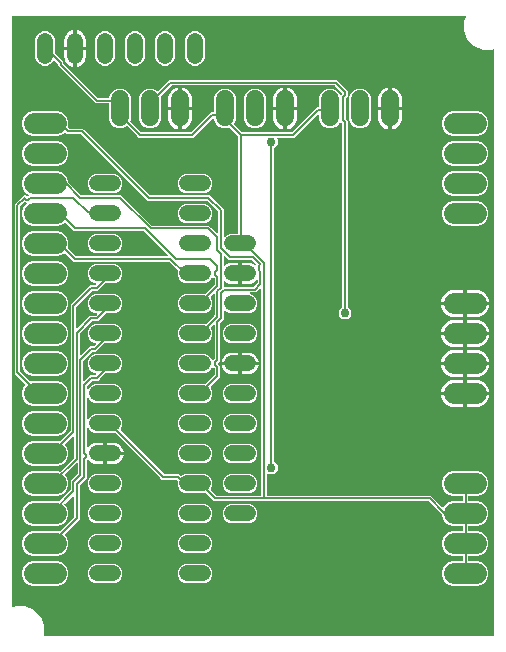
<source format=gbr>
G04 EAGLE Gerber RS-274X export*
G75*
%MOMM*%
%FSLAX34Y34*%
%LPD*%
%INTop Copper*%
%IPPOS*%
%AMOC8*
5,1,8,0,0,1.08239X$1,22.5*%
G01*
%ADD10C,1.524000*%
%ADD11C,1.320800*%
%ADD12C,1.800000*%
%ADD13C,0.152400*%
%ADD14C,0.756400*%

G36*
X582698Y111764D02*
X582698Y111764D01*
X582717Y111762D01*
X582819Y111784D01*
X582921Y111800D01*
X582938Y111810D01*
X582958Y111814D01*
X583047Y111867D01*
X583138Y111916D01*
X583152Y111930D01*
X583169Y111940D01*
X583236Y112019D01*
X583308Y112094D01*
X583316Y112112D01*
X583329Y112127D01*
X583368Y112223D01*
X583411Y112317D01*
X583413Y112337D01*
X583421Y112355D01*
X583439Y112522D01*
X583439Y608004D01*
X583432Y608049D01*
X583434Y608095D01*
X583412Y608170D01*
X583400Y608247D01*
X583378Y608287D01*
X583365Y608332D01*
X583321Y608396D01*
X583284Y608464D01*
X583251Y608496D01*
X583225Y608534D01*
X583162Y608580D01*
X583106Y608634D01*
X583065Y608653D01*
X583028Y608680D01*
X582953Y608704D01*
X582883Y608737D01*
X582837Y608742D01*
X582794Y608756D01*
X582716Y608756D01*
X582639Y608764D01*
X582594Y608755D01*
X582548Y608754D01*
X582417Y608716D01*
X582398Y608712D01*
X582394Y608709D01*
X582387Y608707D01*
X581860Y608489D01*
X573840Y608489D01*
X566430Y611559D01*
X560759Y617230D01*
X557689Y624640D01*
X557689Y632660D01*
X559233Y636387D01*
X559243Y636431D01*
X559263Y636473D01*
X559271Y636550D01*
X559289Y636626D01*
X559285Y636672D01*
X559290Y636717D01*
X559273Y636794D01*
X559266Y636871D01*
X559247Y636913D01*
X559238Y636958D01*
X559198Y637025D01*
X559166Y637096D01*
X559135Y637130D01*
X559111Y637169D01*
X559052Y637220D01*
X559000Y637277D01*
X558959Y637299D01*
X558924Y637329D01*
X558852Y637358D01*
X558784Y637395D01*
X558739Y637404D01*
X558696Y637421D01*
X558560Y637436D01*
X558542Y637439D01*
X558537Y637438D01*
X558530Y637439D01*
X176022Y637439D01*
X176002Y637436D01*
X175983Y637438D01*
X175881Y637416D01*
X175779Y637400D01*
X175762Y637390D01*
X175742Y637386D01*
X175653Y637333D01*
X175562Y637284D01*
X175548Y637270D01*
X175531Y637260D01*
X175464Y637181D01*
X175392Y637106D01*
X175384Y637088D01*
X175371Y637073D01*
X175332Y636977D01*
X175289Y636883D01*
X175287Y636863D01*
X175279Y636845D01*
X175261Y636678D01*
X175261Y137242D01*
X175268Y137197D01*
X175266Y137151D01*
X175288Y137076D01*
X175300Y136999D01*
X175322Y136959D01*
X175335Y136914D01*
X175379Y136850D01*
X175416Y136782D01*
X175449Y136750D01*
X175475Y136712D01*
X175537Y136666D01*
X175594Y136612D01*
X175636Y136593D01*
X175672Y136566D01*
X175746Y136542D01*
X175817Y136509D01*
X175863Y136504D01*
X175906Y136489D01*
X175984Y136490D01*
X176061Y136482D01*
X176106Y136491D01*
X176152Y136492D01*
X176284Y136530D01*
X176302Y136534D01*
X176306Y136536D01*
X176313Y136539D01*
X178306Y137364D01*
X186326Y137364D01*
X193736Y134295D01*
X199408Y128623D01*
X202477Y121213D01*
X202477Y113193D01*
X202320Y112813D01*
X202309Y112769D01*
X202290Y112727D01*
X202281Y112650D01*
X202263Y112574D01*
X202268Y112528D01*
X202263Y112483D01*
X202279Y112406D01*
X202286Y112329D01*
X202305Y112287D01*
X202315Y112242D01*
X202355Y112175D01*
X202386Y112104D01*
X202418Y112070D01*
X202441Y112031D01*
X202500Y111980D01*
X202553Y111923D01*
X202593Y111901D01*
X202628Y111871D01*
X202700Y111842D01*
X202768Y111805D01*
X202813Y111796D01*
X202856Y111779D01*
X202992Y111764D01*
X203010Y111761D01*
X203015Y111762D01*
X203023Y111761D01*
X582678Y111761D01*
X582698Y111764D01*
G37*
%LPC*%
G36*
X547707Y154575D02*
X547707Y154575D01*
X543838Y156178D01*
X540878Y159138D01*
X539275Y163007D01*
X539275Y167193D01*
X540878Y171062D01*
X543838Y174022D01*
X547707Y175625D01*
X556260Y175625D01*
X556280Y175628D01*
X556299Y175626D01*
X556401Y175648D01*
X556503Y175664D01*
X556520Y175674D01*
X556540Y175678D01*
X556629Y175731D01*
X556720Y175780D01*
X556734Y175794D01*
X556751Y175804D01*
X556818Y175883D01*
X556890Y175958D01*
X556898Y175976D01*
X556911Y175991D01*
X556950Y176087D01*
X556993Y176181D01*
X556995Y176201D01*
X557003Y176219D01*
X557021Y176386D01*
X557021Y179214D01*
X557018Y179234D01*
X557020Y179253D01*
X556998Y179355D01*
X556982Y179457D01*
X556972Y179474D01*
X556968Y179494D01*
X556915Y179583D01*
X556866Y179674D01*
X556852Y179688D01*
X556842Y179705D01*
X556763Y179772D01*
X556688Y179844D01*
X556670Y179852D01*
X556655Y179865D01*
X556559Y179904D01*
X556465Y179947D01*
X556445Y179949D01*
X556427Y179957D01*
X556260Y179975D01*
X547707Y179975D01*
X543838Y181578D01*
X540878Y184538D01*
X539275Y188407D01*
X539275Y192593D01*
X540878Y196462D01*
X543838Y199422D01*
X547707Y201025D01*
X556260Y201025D01*
X556280Y201028D01*
X556299Y201026D01*
X556401Y201048D01*
X556503Y201064D01*
X556520Y201074D01*
X556540Y201078D01*
X556629Y201131D01*
X556720Y201180D01*
X556734Y201194D01*
X556751Y201204D01*
X556818Y201283D01*
X556890Y201358D01*
X556898Y201376D01*
X556911Y201391D01*
X556950Y201487D01*
X556993Y201581D01*
X556995Y201601D01*
X557003Y201619D01*
X557021Y201786D01*
X557021Y204614D01*
X557018Y204634D01*
X557020Y204653D01*
X556998Y204755D01*
X556982Y204857D01*
X556972Y204874D01*
X556968Y204894D01*
X556915Y204983D01*
X556866Y205074D01*
X556852Y205088D01*
X556842Y205105D01*
X556763Y205172D01*
X556688Y205244D01*
X556670Y205252D01*
X556655Y205265D01*
X556559Y205304D01*
X556465Y205347D01*
X556445Y205349D01*
X556427Y205357D01*
X556260Y205375D01*
X547707Y205375D01*
X543838Y206978D01*
X540878Y209938D01*
X539275Y213807D01*
X539275Y214603D01*
X539261Y214694D01*
X539253Y214784D01*
X539241Y214814D01*
X539236Y214846D01*
X539193Y214927D01*
X539157Y215011D01*
X539131Y215043D01*
X539120Y215064D01*
X539097Y215086D01*
X539052Y215142D01*
X528104Y226090D01*
X528030Y226143D01*
X527960Y226203D01*
X527930Y226215D01*
X527904Y226234D01*
X527817Y226261D01*
X527732Y226295D01*
X527691Y226299D01*
X527669Y226306D01*
X527637Y226305D01*
X527565Y226313D01*
X346525Y226313D01*
X339662Y233177D01*
X339567Y233245D01*
X339473Y233314D01*
X339467Y233316D01*
X339462Y233320D01*
X339350Y233354D01*
X339239Y233391D01*
X339233Y233391D01*
X339227Y233392D01*
X339110Y233389D01*
X338993Y233388D01*
X338986Y233386D01*
X338981Y233386D01*
X338963Y233380D01*
X338832Y233342D01*
X338421Y233171D01*
X321979Y233171D01*
X318991Y234409D01*
X316705Y236695D01*
X315467Y239683D01*
X315467Y242917D01*
X315489Y242969D01*
X315515Y243082D01*
X315544Y243196D01*
X315543Y243202D01*
X315545Y243208D01*
X315534Y243324D01*
X315525Y243441D01*
X315522Y243447D01*
X315522Y243453D01*
X315474Y243560D01*
X315429Y243667D01*
X315424Y243673D01*
X315422Y243678D01*
X315409Y243691D01*
X315324Y243798D01*
X314744Y244378D01*
X314670Y244432D01*
X314600Y244491D01*
X314570Y244503D01*
X314544Y244522D01*
X314457Y244549D01*
X314372Y244583D01*
X314331Y244587D01*
X314309Y244594D01*
X314277Y244593D01*
X314205Y244601D01*
X302329Y244601D01*
X300766Y246164D01*
X263102Y283828D01*
X263009Y283895D01*
X262914Y283966D01*
X262908Y283968D01*
X262903Y283971D01*
X262792Y284005D01*
X262680Y284042D01*
X262674Y284042D01*
X262668Y284044D01*
X262551Y284041D01*
X262434Y284039D01*
X262427Y284037D01*
X262422Y284037D01*
X262404Y284031D01*
X262273Y283993D01*
X262221Y283971D01*
X245779Y283971D01*
X242791Y285209D01*
X240505Y287495D01*
X239971Y288783D01*
X239920Y288866D01*
X239874Y288952D01*
X239855Y288970D01*
X239842Y288993D01*
X239767Y289055D01*
X239696Y289122D01*
X239672Y289133D01*
X239652Y289149D01*
X239561Y289184D01*
X239473Y289225D01*
X239447Y289228D01*
X239423Y289238D01*
X239325Y289242D01*
X239229Y289252D01*
X239203Y289247D01*
X239177Y289248D01*
X239083Y289221D01*
X238988Y289200D01*
X238966Y289187D01*
X238941Y289179D01*
X238861Y289124D01*
X238777Y289074D01*
X238760Y289054D01*
X238739Y289039D01*
X238680Y288961D01*
X238617Y288887D01*
X238607Y288863D01*
X238592Y288842D01*
X238562Y288749D01*
X238525Y288659D01*
X238522Y288626D01*
X238516Y288608D01*
X238516Y288575D01*
X238507Y288492D01*
X238507Y272366D01*
X238509Y272354D01*
X238508Y272345D01*
X238510Y272336D01*
X238508Y272320D01*
X238530Y272222D01*
X238546Y272123D01*
X238557Y272103D01*
X238562Y272080D01*
X238615Y271994D01*
X238662Y271906D01*
X238678Y271890D01*
X238690Y271870D01*
X238767Y271806D01*
X238840Y271736D01*
X238861Y271727D01*
X238878Y271712D01*
X238972Y271675D01*
X239063Y271633D01*
X239086Y271630D01*
X239107Y271622D01*
X239208Y271617D01*
X239307Y271606D01*
X239330Y271611D01*
X239353Y271609D01*
X239450Y271637D01*
X239548Y271658D01*
X239568Y271670D01*
X239590Y271676D01*
X239673Y271733D01*
X239759Y271784D01*
X239774Y271802D01*
X239793Y271815D01*
X239901Y271943D01*
X240293Y272529D01*
X241566Y273803D01*
X243064Y274804D01*
X244729Y275493D01*
X246495Y275845D01*
X252477Y275845D01*
X252477Y267462D01*
X252480Y267442D01*
X252478Y267423D01*
X252500Y267321D01*
X252517Y267219D01*
X252526Y267202D01*
X252530Y267182D01*
X252583Y267093D01*
X252632Y267002D01*
X252646Y266988D01*
X252656Y266971D01*
X252735Y266904D01*
X252810Y266833D01*
X252828Y266824D01*
X252843Y266811D01*
X252939Y266773D01*
X253033Y266729D01*
X253053Y266727D01*
X253071Y266719D01*
X253238Y266701D01*
X254001Y266701D01*
X254001Y266699D01*
X253238Y266699D01*
X253218Y266696D01*
X253199Y266698D01*
X253097Y266676D01*
X252995Y266659D01*
X252978Y266650D01*
X252958Y266646D01*
X252869Y266593D01*
X252778Y266544D01*
X252764Y266530D01*
X252747Y266520D01*
X252680Y266441D01*
X252609Y266366D01*
X252600Y266348D01*
X252587Y266333D01*
X252548Y266237D01*
X252505Y266143D01*
X252503Y266123D01*
X252495Y266105D01*
X252477Y265938D01*
X252477Y257555D01*
X246495Y257555D01*
X244729Y257907D01*
X243064Y258596D01*
X241566Y259597D01*
X240293Y260870D01*
X239968Y261356D01*
X239904Y261425D01*
X239845Y261499D01*
X239820Y261514D01*
X239801Y261536D01*
X239718Y261581D01*
X239638Y261632D01*
X239610Y261639D01*
X239584Y261653D01*
X239491Y261669D01*
X239400Y261692D01*
X239370Y261689D01*
X239342Y261694D01*
X239248Y261680D01*
X239154Y261672D01*
X239128Y261661D01*
X239099Y261657D01*
X239015Y261613D01*
X238928Y261576D01*
X238899Y261553D01*
X238880Y261543D01*
X238857Y261520D01*
X238797Y261471D01*
X238730Y261404D01*
X238676Y261330D01*
X238617Y261260D01*
X238605Y261230D01*
X238586Y261204D01*
X238559Y261117D01*
X238525Y261032D01*
X238521Y260991D01*
X238514Y260969D01*
X238515Y260937D01*
X238507Y260865D01*
X238507Y245941D01*
X232634Y240068D01*
X232581Y239994D01*
X232521Y239924D01*
X232509Y239894D01*
X232490Y239868D01*
X232463Y239781D01*
X232429Y239696D01*
X232425Y239655D01*
X232418Y239633D01*
X232419Y239601D01*
X232411Y239529D01*
X232411Y210889D01*
X220091Y198569D01*
X220080Y198553D01*
X220064Y198541D01*
X220008Y198453D01*
X219948Y198370D01*
X219942Y198351D01*
X219931Y198334D01*
X219906Y198233D01*
X219875Y198135D01*
X219876Y198115D01*
X219871Y198095D01*
X219879Y197992D01*
X219882Y197889D01*
X219889Y197870D01*
X219890Y197850D01*
X219931Y197755D01*
X219966Y197658D01*
X219979Y197642D01*
X219987Y197624D01*
X220091Y197493D01*
X221122Y196462D01*
X222725Y192593D01*
X222725Y188407D01*
X221122Y184538D01*
X218162Y181578D01*
X214293Y179975D01*
X192107Y179975D01*
X188238Y181578D01*
X185278Y184538D01*
X183675Y188407D01*
X183675Y192593D01*
X185278Y196462D01*
X188238Y199422D01*
X192107Y201025D01*
X214293Y201025D01*
X215086Y200696D01*
X215200Y200670D01*
X215313Y200641D01*
X215319Y200642D01*
X215325Y200640D01*
X215442Y200651D01*
X215558Y200660D01*
X215564Y200663D01*
X215570Y200663D01*
X215678Y200711D01*
X215785Y200757D01*
X215790Y200761D01*
X215795Y200763D01*
X215809Y200776D01*
X215916Y200861D01*
X227614Y212560D01*
X227667Y212634D01*
X227727Y212704D01*
X227739Y212734D01*
X227758Y212760D01*
X227785Y212847D01*
X227819Y212932D01*
X227823Y212973D01*
X227830Y212995D01*
X227829Y213027D01*
X227837Y213099D01*
X227837Y230386D01*
X227826Y230456D01*
X227824Y230528D01*
X227806Y230577D01*
X227798Y230628D01*
X227764Y230692D01*
X227739Y230759D01*
X227707Y230800D01*
X227682Y230846D01*
X227631Y230895D01*
X227586Y230951D01*
X227542Y230979D01*
X227504Y231015D01*
X227439Y231045D01*
X227379Y231084D01*
X227328Y231097D01*
X227281Y231119D01*
X227210Y231127D01*
X227140Y231144D01*
X227088Y231140D01*
X227037Y231146D01*
X226966Y231131D01*
X226895Y231125D01*
X226847Y231105D01*
X226796Y231094D01*
X226735Y231057D01*
X226669Y231029D01*
X226613Y230984D01*
X226585Y230967D01*
X226570Y230950D01*
X226538Y230924D01*
X219837Y224223D01*
X219826Y224207D01*
X219810Y224195D01*
X219754Y224107D01*
X219694Y224024D01*
X219688Y224005D01*
X219677Y223988D01*
X219652Y223887D01*
X219621Y223789D01*
X219622Y223769D01*
X219617Y223749D01*
X219625Y223646D01*
X219628Y223543D01*
X219635Y223524D01*
X219636Y223504D01*
X219677Y223409D01*
X219712Y223312D01*
X219725Y223296D01*
X219733Y223278D01*
X219810Y223181D01*
X219815Y223174D01*
X219819Y223170D01*
X219837Y223147D01*
X221122Y221862D01*
X222725Y217993D01*
X222725Y213807D01*
X221122Y209938D01*
X218162Y206978D01*
X214293Y205375D01*
X192107Y205375D01*
X188238Y206978D01*
X185278Y209938D01*
X183675Y213807D01*
X183675Y217993D01*
X185278Y221862D01*
X188238Y224822D01*
X192107Y226425D01*
X214294Y226425D01*
X214727Y226245D01*
X214840Y226219D01*
X214954Y226190D01*
X214960Y226191D01*
X214966Y226189D01*
X215083Y226200D01*
X215199Y226209D01*
X215205Y226212D01*
X215211Y226212D01*
X215319Y226260D01*
X215425Y226305D01*
X215431Y226310D01*
X215436Y226312D01*
X215450Y226325D01*
X215556Y226410D01*
X224566Y235420D01*
X224619Y235494D01*
X224679Y235564D01*
X224691Y235594D01*
X224710Y235620D01*
X224737Y235707D01*
X224771Y235792D01*
X224775Y235833D01*
X224782Y235855D01*
X224781Y235887D01*
X224789Y235959D01*
X224789Y243263D01*
X226352Y244826D01*
X230662Y249136D01*
X230715Y249210D01*
X230775Y249280D01*
X230787Y249310D01*
X230806Y249336D01*
X230833Y249423D01*
X230867Y249508D01*
X230871Y249549D01*
X230878Y249571D01*
X230877Y249603D01*
X230885Y249675D01*
X230885Y257818D01*
X230874Y257888D01*
X230872Y257960D01*
X230854Y258009D01*
X230846Y258060D01*
X230812Y258124D01*
X230787Y258191D01*
X230755Y258232D01*
X230730Y258278D01*
X230678Y258327D01*
X230634Y258383D01*
X230590Y258411D01*
X230552Y258447D01*
X230487Y258477D01*
X230427Y258516D01*
X230376Y258529D01*
X230329Y258551D01*
X230258Y258559D01*
X230188Y258576D01*
X230136Y258572D01*
X230085Y258578D01*
X230014Y258563D01*
X229943Y258557D01*
X229895Y258537D01*
X229844Y258526D01*
X229783Y258489D01*
X229717Y258461D01*
X229661Y258416D01*
X229633Y258399D01*
X229618Y258382D01*
X229586Y258356D01*
X220345Y249115D01*
X220334Y249099D01*
X220318Y249087D01*
X220262Y249000D01*
X220202Y248916D01*
X220196Y248897D01*
X220185Y248880D01*
X220160Y248779D01*
X220129Y248681D01*
X220130Y248661D01*
X220125Y248641D01*
X220133Y248538D01*
X220136Y248435D01*
X220143Y248416D01*
X220144Y248396D01*
X220185Y248301D01*
X220220Y248204D01*
X220233Y248188D01*
X220241Y248170D01*
X220345Y248039D01*
X221122Y247262D01*
X222725Y243393D01*
X222725Y239207D01*
X221122Y235338D01*
X218162Y232378D01*
X214293Y230775D01*
X192107Y230775D01*
X188238Y232378D01*
X185278Y235338D01*
X183675Y239207D01*
X183675Y243393D01*
X185278Y247262D01*
X188238Y250222D01*
X192107Y251825D01*
X214293Y251825D01*
X215445Y251348D01*
X215559Y251321D01*
X215672Y251292D01*
X215679Y251293D01*
X215685Y251292D01*
X215801Y251303D01*
X215918Y251312D01*
X215923Y251314D01*
X215930Y251315D01*
X216037Y251362D01*
X216144Y251408D01*
X216150Y251413D01*
X216154Y251415D01*
X216168Y251427D01*
X216275Y251513D01*
X227614Y262852D01*
X227667Y262926D01*
X227727Y262996D01*
X227739Y263026D01*
X227758Y263052D01*
X227785Y263139D01*
X227819Y263224D01*
X227823Y263265D01*
X227830Y263287D01*
X227829Y263319D01*
X227837Y263391D01*
X227837Y280678D01*
X227826Y280748D01*
X227824Y280820D01*
X227806Y280869D01*
X227798Y280920D01*
X227764Y280984D01*
X227739Y281051D01*
X227707Y281092D01*
X227682Y281138D01*
X227631Y281187D01*
X227586Y281243D01*
X227542Y281271D01*
X227504Y281307D01*
X227439Y281337D01*
X227379Y281376D01*
X227328Y281389D01*
X227281Y281411D01*
X227210Y281419D01*
X227140Y281436D01*
X227088Y281432D01*
X227037Y281438D01*
X226966Y281423D01*
X226895Y281417D01*
X226847Y281397D01*
X226796Y281386D01*
X226735Y281349D01*
X226669Y281321D01*
X226613Y281276D01*
X226585Y281259D01*
X226570Y281242D01*
X226538Y281216D01*
X220091Y274769D01*
X220080Y274753D01*
X220064Y274741D01*
X220008Y274653D01*
X219948Y274570D01*
X219942Y274551D01*
X219931Y274534D01*
X219906Y274433D01*
X219875Y274335D01*
X219876Y274315D01*
X219871Y274295D01*
X219879Y274192D01*
X219882Y274089D01*
X219889Y274070D01*
X219890Y274050D01*
X219931Y273955D01*
X219966Y273858D01*
X219979Y273842D01*
X219987Y273824D01*
X220091Y273693D01*
X221122Y272662D01*
X222725Y268793D01*
X222725Y264607D01*
X221122Y260738D01*
X218162Y257778D01*
X214293Y256175D01*
X192107Y256175D01*
X188238Y257778D01*
X185278Y260738D01*
X183675Y264607D01*
X183675Y268793D01*
X185278Y272662D01*
X188238Y275622D01*
X192107Y277225D01*
X214293Y277225D01*
X215086Y276896D01*
X215200Y276870D01*
X215313Y276841D01*
X215319Y276842D01*
X215325Y276840D01*
X215442Y276851D01*
X215558Y276860D01*
X215564Y276863D01*
X215570Y276863D01*
X215678Y276911D01*
X215785Y276957D01*
X215790Y276961D01*
X215795Y276963D01*
X215809Y276976D01*
X215916Y277061D01*
X224566Y285712D01*
X224619Y285786D01*
X224679Y285856D01*
X224691Y285886D01*
X224710Y285912D01*
X224737Y285999D01*
X224771Y286084D01*
X224775Y286125D01*
X224782Y286147D01*
X224781Y286179D01*
X224789Y286251D01*
X224789Y392615D01*
X241369Y409195D01*
X245625Y409195D01*
X245715Y409209D01*
X245806Y409217D01*
X245836Y409229D01*
X245868Y409234D01*
X245949Y409277D01*
X246033Y409313D01*
X246065Y409339D01*
X246086Y409350D01*
X246108Y409373D01*
X246164Y409418D01*
X246418Y409672D01*
X246460Y409730D01*
X246509Y409782D01*
X246531Y409829D01*
X246561Y409871D01*
X246582Y409940D01*
X246613Y410005D01*
X246618Y410057D01*
X246634Y410107D01*
X246632Y410178D01*
X246640Y410249D01*
X246629Y410300D01*
X246627Y410352D01*
X246603Y410420D01*
X246588Y410490D01*
X246561Y410535D01*
X246543Y410583D01*
X246498Y410639D01*
X246461Y410701D01*
X246422Y410735D01*
X246389Y410775D01*
X246329Y410814D01*
X246274Y410861D01*
X246226Y410880D01*
X246182Y410908D01*
X246113Y410926D01*
X246046Y410953D01*
X245975Y410961D01*
X245944Y410969D01*
X245920Y410967D01*
X245880Y410971D01*
X245779Y410971D01*
X242791Y412209D01*
X240505Y414495D01*
X239267Y417483D01*
X239267Y420717D01*
X240505Y423705D01*
X242791Y425991D01*
X245779Y427229D01*
X262221Y427229D01*
X265209Y425991D01*
X267495Y423705D01*
X268733Y420717D01*
X268733Y417483D01*
X267495Y414495D01*
X265209Y412209D01*
X262221Y410971D01*
X254501Y410971D01*
X254410Y410957D01*
X254320Y410949D01*
X254290Y410937D01*
X254258Y410932D01*
X254177Y410889D01*
X254093Y410853D01*
X254061Y410827D01*
X254040Y410816D01*
X254018Y410793D01*
X253962Y410748D01*
X247835Y404621D01*
X243579Y404621D01*
X243488Y404607D01*
X243398Y404599D01*
X243368Y404587D01*
X243336Y404582D01*
X243255Y404539D01*
X243171Y404503D01*
X243139Y404477D01*
X243118Y404466D01*
X243096Y404443D01*
X243040Y404398D01*
X229586Y390944D01*
X229533Y390870D01*
X229473Y390800D01*
X229461Y390770D01*
X229442Y390744D01*
X229415Y390657D01*
X229381Y390572D01*
X229377Y390531D01*
X229370Y390509D01*
X229371Y390477D01*
X229363Y390405D01*
X229363Y373118D01*
X229374Y373048D01*
X229376Y372976D01*
X229394Y372927D01*
X229402Y372876D01*
X229436Y372812D01*
X229461Y372745D01*
X229493Y372704D01*
X229518Y372658D01*
X229570Y372609D01*
X229614Y372553D01*
X229658Y372525D01*
X229696Y372489D01*
X229761Y372459D01*
X229821Y372420D01*
X229872Y372407D01*
X229919Y372385D01*
X229990Y372377D01*
X230060Y372360D01*
X230112Y372364D01*
X230163Y372358D01*
X230234Y372373D01*
X230305Y372379D01*
X230353Y372399D01*
X230404Y372410D01*
X230465Y372447D01*
X230531Y372475D01*
X230587Y372520D01*
X230615Y372537D01*
X230630Y372554D01*
X230662Y372580D01*
X241369Y383287D01*
X245625Y383287D01*
X245715Y383301D01*
X245806Y383309D01*
X245836Y383321D01*
X245868Y383326D01*
X245949Y383369D01*
X246033Y383405D01*
X246065Y383431D01*
X246086Y383442D01*
X246108Y383465D01*
X246164Y383510D01*
X246926Y384272D01*
X246968Y384330D01*
X247017Y384382D01*
X247039Y384429D01*
X247069Y384471D01*
X247090Y384540D01*
X247121Y384605D01*
X247126Y384657D01*
X247142Y384707D01*
X247140Y384778D01*
X247148Y384849D01*
X247137Y384900D01*
X247135Y384952D01*
X247111Y385020D01*
X247096Y385090D01*
X247069Y385135D01*
X247051Y385183D01*
X247006Y385239D01*
X246969Y385301D01*
X246930Y385335D01*
X246897Y385375D01*
X246837Y385414D01*
X246782Y385461D01*
X246734Y385480D01*
X246690Y385508D01*
X246621Y385526D01*
X246554Y385553D01*
X246483Y385561D01*
X246452Y385569D01*
X246428Y385567D01*
X246388Y385571D01*
X245779Y385571D01*
X242791Y386809D01*
X240505Y389095D01*
X239267Y392083D01*
X239267Y395317D01*
X240505Y398305D01*
X242791Y400591D01*
X245779Y401829D01*
X262221Y401829D01*
X265209Y400591D01*
X267495Y398305D01*
X268733Y395317D01*
X268733Y392083D01*
X267495Y389095D01*
X265209Y386809D01*
X262221Y385571D01*
X255009Y385571D01*
X254918Y385557D01*
X254828Y385549D01*
X254798Y385537D01*
X254766Y385532D01*
X254685Y385489D01*
X254601Y385453D01*
X254569Y385427D01*
X254548Y385416D01*
X254526Y385393D01*
X254470Y385348D01*
X247835Y378713D01*
X243579Y378713D01*
X243488Y378699D01*
X243398Y378691D01*
X243368Y378679D01*
X243336Y378674D01*
X243255Y378631D01*
X243171Y378595D01*
X243139Y378569D01*
X243118Y378558D01*
X243096Y378535D01*
X243040Y378490D01*
X232634Y368084D01*
X232581Y368010D01*
X232572Y368000D01*
X232542Y367969D01*
X232539Y367961D01*
X232521Y367940D01*
X232509Y367910D01*
X232490Y367884D01*
X232465Y367801D01*
X232439Y367746D01*
X232437Y367733D01*
X232429Y367712D01*
X232425Y367671D01*
X232418Y367649D01*
X232419Y367617D01*
X232411Y367545D01*
X232411Y350258D01*
X232422Y350188D01*
X232424Y350116D01*
X232442Y350067D01*
X232450Y350016D01*
X232484Y349952D01*
X232509Y349885D01*
X232541Y349844D01*
X232566Y349798D01*
X232618Y349749D01*
X232662Y349693D01*
X232706Y349665D01*
X232744Y349629D01*
X232809Y349599D01*
X232869Y349560D01*
X232920Y349547D01*
X232967Y349525D01*
X233038Y349517D01*
X233108Y349500D01*
X233160Y349504D01*
X233211Y349498D01*
X233282Y349513D01*
X233353Y349519D01*
X233401Y349539D01*
X233452Y349550D01*
X233513Y349587D01*
X233579Y349615D01*
X233635Y349660D01*
X233663Y349677D01*
X233678Y349694D01*
X233710Y349720D01*
X241369Y357379D01*
X244101Y357379D01*
X244192Y357393D01*
X244282Y357401D01*
X244312Y357413D01*
X244344Y357418D01*
X244425Y357461D01*
X244509Y357497D01*
X244541Y357523D01*
X244562Y357534D01*
X244584Y357557D01*
X244640Y357602D01*
X245985Y358947D01*
X246012Y358984D01*
X246045Y359015D01*
X246083Y359083D01*
X246128Y359146D01*
X246142Y359190D01*
X246164Y359231D01*
X246178Y359307D01*
X246201Y359382D01*
X246200Y359427D01*
X246208Y359473D01*
X246196Y359550D01*
X246194Y359627D01*
X246179Y359671D01*
X246172Y359716D01*
X246137Y359785D01*
X246110Y359858D01*
X246081Y359894D01*
X246060Y359935D01*
X246005Y359990D01*
X245956Y360051D01*
X245918Y360075D01*
X245885Y360107D01*
X245765Y360173D01*
X245749Y360184D01*
X245744Y360185D01*
X245738Y360188D01*
X242791Y361409D01*
X240505Y363695D01*
X239267Y366683D01*
X239267Y369917D01*
X240505Y372905D01*
X242791Y375191D01*
X245779Y376429D01*
X262221Y376429D01*
X265209Y375191D01*
X267495Y372905D01*
X268733Y369917D01*
X268733Y366683D01*
X267495Y363695D01*
X265209Y361409D01*
X262221Y360171D01*
X253993Y360171D01*
X253902Y360157D01*
X253812Y360149D01*
X253782Y360137D01*
X253750Y360132D01*
X253669Y360089D01*
X253585Y360053D01*
X253553Y360027D01*
X253532Y360016D01*
X253510Y359993D01*
X253454Y359948D01*
X246311Y352805D01*
X243579Y352805D01*
X243488Y352791D01*
X243398Y352783D01*
X243368Y352771D01*
X243336Y352766D01*
X243255Y352723D01*
X243171Y352687D01*
X243139Y352661D01*
X243118Y352650D01*
X243096Y352627D01*
X243040Y352582D01*
X235682Y345224D01*
X235637Y345162D01*
X235608Y345131D01*
X235603Y345120D01*
X235569Y345080D01*
X235557Y345050D01*
X235538Y345024D01*
X235511Y344937D01*
X235477Y344852D01*
X235473Y344811D01*
X235466Y344789D01*
X235467Y344757D01*
X235459Y344685D01*
X235459Y328922D01*
X235470Y328852D01*
X235472Y328780D01*
X235490Y328731D01*
X235498Y328680D01*
X235532Y328616D01*
X235557Y328549D01*
X235589Y328508D01*
X235614Y328462D01*
X235666Y328413D01*
X235710Y328357D01*
X235754Y328329D01*
X235792Y328293D01*
X235857Y328263D01*
X235917Y328224D01*
X235968Y328211D01*
X236015Y328189D01*
X236086Y328181D01*
X236156Y328164D01*
X236208Y328168D01*
X236259Y328162D01*
X236330Y328177D01*
X236401Y328183D01*
X236449Y328203D01*
X236500Y328214D01*
X236561Y328251D01*
X236627Y328279D01*
X236683Y328324D01*
X236711Y328341D01*
X236726Y328358D01*
X236758Y328384D01*
X241369Y332995D01*
X245625Y332995D01*
X245715Y333009D01*
X245806Y333017D01*
X245836Y333029D01*
X245868Y333034D01*
X245949Y333077D01*
X246033Y333113D01*
X246065Y333139D01*
X246086Y333150D01*
X246108Y333173D01*
X246164Y333218D01*
X246418Y333472D01*
X246460Y333530D01*
X246509Y333582D01*
X246531Y333629D01*
X246561Y333671D01*
X246582Y333740D01*
X246613Y333805D01*
X246618Y333857D01*
X246634Y333907D01*
X246632Y333978D01*
X246640Y334049D01*
X246629Y334100D01*
X246627Y334152D01*
X246603Y334220D01*
X246588Y334290D01*
X246561Y334335D01*
X246543Y334383D01*
X246498Y334439D01*
X246461Y334501D01*
X246422Y334535D01*
X246389Y334575D01*
X246329Y334614D01*
X246274Y334661D01*
X246226Y334680D01*
X246182Y334708D01*
X246113Y334726D01*
X246046Y334753D01*
X245975Y334761D01*
X245944Y334769D01*
X245920Y334767D01*
X245880Y334771D01*
X245779Y334771D01*
X242791Y336009D01*
X240505Y338295D01*
X239267Y341283D01*
X239267Y344517D01*
X240505Y347505D01*
X242791Y349791D01*
X245779Y351029D01*
X262221Y351029D01*
X265209Y349791D01*
X267495Y347505D01*
X268733Y344517D01*
X268733Y341283D01*
X267495Y338295D01*
X265209Y336009D01*
X262221Y334771D01*
X254500Y334771D01*
X254410Y334757D01*
X254319Y334749D01*
X254290Y334737D01*
X254258Y334732D01*
X254177Y334689D01*
X254093Y334653D01*
X254061Y334627D01*
X254040Y334616D01*
X254018Y334593D01*
X253962Y334548D01*
X249398Y329984D01*
X247835Y328421D01*
X243579Y328421D01*
X243488Y328407D01*
X243398Y328399D01*
X243368Y328387D01*
X243336Y328382D01*
X243255Y328339D01*
X243171Y328303D01*
X243139Y328277D01*
X243118Y328266D01*
X243096Y328243D01*
X243040Y328198D01*
X238730Y323888D01*
X238682Y323821D01*
X238677Y323816D01*
X238675Y323813D01*
X238617Y323744D01*
X238605Y323714D01*
X238586Y323688D01*
X238559Y323601D01*
X238525Y323516D01*
X238521Y323475D01*
X238514Y323453D01*
X238515Y323421D01*
X238507Y323349D01*
X238507Y321108D01*
X238522Y321012D01*
X238532Y320915D01*
X238542Y320891D01*
X238546Y320865D01*
X238592Y320779D01*
X238632Y320690D01*
X238649Y320671D01*
X238662Y320648D01*
X238732Y320581D01*
X238798Y320509D01*
X238821Y320496D01*
X238840Y320478D01*
X238928Y320437D01*
X239014Y320390D01*
X239039Y320386D01*
X239063Y320375D01*
X239160Y320364D01*
X239256Y320347D01*
X239282Y320350D01*
X239307Y320348D01*
X239403Y320368D01*
X239499Y320382D01*
X239522Y320394D01*
X239548Y320400D01*
X239631Y320450D01*
X239718Y320494D01*
X239737Y320513D01*
X239759Y320526D01*
X239822Y320600D01*
X239890Y320670D01*
X239906Y320698D01*
X239919Y320713D01*
X239931Y320744D01*
X239971Y320817D01*
X240505Y322105D01*
X242791Y324391D01*
X245779Y325629D01*
X262221Y325629D01*
X265209Y324391D01*
X267495Y322105D01*
X268733Y319117D01*
X268733Y315883D01*
X267495Y312895D01*
X265209Y310609D01*
X262221Y309371D01*
X245779Y309371D01*
X242791Y310609D01*
X240505Y312895D01*
X239971Y314183D01*
X239920Y314266D01*
X239874Y314352D01*
X239855Y314370D01*
X239842Y314393D01*
X239767Y314455D01*
X239696Y314522D01*
X239672Y314533D01*
X239652Y314549D01*
X239561Y314584D01*
X239473Y314625D01*
X239447Y314628D01*
X239423Y314638D01*
X239325Y314642D01*
X239229Y314652D01*
X239203Y314647D01*
X239177Y314648D01*
X239083Y314621D01*
X238988Y314600D01*
X238966Y314587D01*
X238941Y314579D01*
X238861Y314524D01*
X238777Y314474D01*
X238760Y314454D01*
X238739Y314439D01*
X238680Y314361D01*
X238617Y314287D01*
X238607Y314263D01*
X238592Y314242D01*
X238562Y314149D01*
X238525Y314059D01*
X238522Y314026D01*
X238516Y314008D01*
X238516Y313975D01*
X238507Y313892D01*
X238507Y295708D01*
X238522Y295612D01*
X238532Y295515D01*
X238542Y295491D01*
X238546Y295465D01*
X238592Y295379D01*
X238632Y295290D01*
X238649Y295271D01*
X238662Y295248D01*
X238732Y295181D01*
X238798Y295109D01*
X238821Y295096D01*
X238840Y295078D01*
X238928Y295037D01*
X239014Y294990D01*
X239039Y294986D01*
X239063Y294975D01*
X239160Y294964D01*
X239256Y294947D01*
X239282Y294950D01*
X239307Y294948D01*
X239403Y294968D01*
X239499Y294982D01*
X239522Y294994D01*
X239548Y295000D01*
X239631Y295050D01*
X239718Y295094D01*
X239737Y295113D01*
X239759Y295126D01*
X239822Y295200D01*
X239890Y295270D01*
X239906Y295298D01*
X239919Y295313D01*
X239931Y295344D01*
X239971Y295417D01*
X240505Y296705D01*
X242791Y298991D01*
X245779Y300229D01*
X262221Y300229D01*
X265209Y298991D01*
X267495Y296705D01*
X268733Y293717D01*
X268733Y290483D01*
X267495Y287495D01*
X267237Y287237D01*
X267226Y287221D01*
X267210Y287209D01*
X267154Y287121D01*
X267094Y287038D01*
X267088Y287019D01*
X267077Y287002D01*
X267052Y286901D01*
X267021Y286803D01*
X267022Y286783D01*
X267017Y286763D01*
X267025Y286660D01*
X267028Y286557D01*
X267034Y286538D01*
X267036Y286518D01*
X267076Y286423D01*
X267112Y286326D01*
X267125Y286310D01*
X267132Y286292D01*
X267237Y286161D01*
X304000Y249398D01*
X304074Y249345D01*
X304144Y249285D01*
X304174Y249273D01*
X304200Y249254D01*
X304287Y249227D01*
X304372Y249193D01*
X304413Y249189D01*
X304435Y249182D01*
X304467Y249183D01*
X304539Y249175D01*
X316415Y249175D01*
X317657Y247933D01*
X317673Y247921D01*
X317685Y247906D01*
X317773Y247850D01*
X317857Y247790D01*
X317876Y247784D01*
X317892Y247773D01*
X317993Y247748D01*
X318092Y247717D01*
X318112Y247718D01*
X318131Y247713D01*
X318234Y247721D01*
X318337Y247724D01*
X318356Y247730D01*
X318376Y247732D01*
X318471Y247772D01*
X318569Y247808D01*
X318584Y247821D01*
X318602Y247828D01*
X318733Y247933D01*
X318991Y248191D01*
X321979Y249429D01*
X338421Y249429D01*
X341409Y248191D01*
X343695Y245905D01*
X344933Y242917D01*
X344933Y239683D01*
X343695Y236696D01*
X343691Y236691D01*
X343679Y236675D01*
X343664Y236663D01*
X343608Y236576D01*
X343548Y236492D01*
X343542Y236473D01*
X343531Y236456D01*
X343506Y236355D01*
X343475Y236257D01*
X343476Y236237D01*
X343471Y236217D01*
X343479Y236114D01*
X343482Y236011D01*
X343488Y235992D01*
X343490Y235972D01*
X343530Y235877D01*
X343566Y235780D01*
X343578Y235764D01*
X343586Y235746D01*
X343691Y235615D01*
X348196Y231110D01*
X348270Y231057D01*
X348340Y230997D01*
X348370Y230985D01*
X348396Y230966D01*
X348483Y230939D01*
X348568Y230905D01*
X348609Y230901D01*
X348631Y230894D01*
X348663Y230895D01*
X348735Y230887D01*
X385572Y230887D01*
X385592Y230890D01*
X385611Y230888D01*
X385713Y230910D01*
X385815Y230926D01*
X385832Y230936D01*
X385852Y230940D01*
X385941Y230993D01*
X386032Y231042D01*
X386046Y231056D01*
X386063Y231066D01*
X386130Y231145D01*
X386202Y231220D01*
X386210Y231238D01*
X386223Y231253D01*
X386262Y231349D01*
X386305Y231443D01*
X386307Y231463D01*
X386315Y231481D01*
X386333Y231648D01*
X386333Y405646D01*
X386322Y405716D01*
X386320Y405788D01*
X386302Y405837D01*
X386294Y405888D01*
X386260Y405952D01*
X386235Y406019D01*
X386203Y406060D01*
X386178Y406106D01*
X386126Y406155D01*
X386082Y406211D01*
X386038Y406239D01*
X386000Y406275D01*
X385935Y406305D01*
X385875Y406344D01*
X385824Y406357D01*
X385777Y406379D01*
X385706Y406387D01*
X385636Y406404D01*
X385584Y406400D01*
X385533Y406406D01*
X385462Y406391D01*
X385391Y406385D01*
X385343Y406365D01*
X385292Y406354D01*
X385231Y406317D01*
X385165Y406289D01*
X385109Y406244D01*
X385081Y406227D01*
X385066Y406210D01*
X385034Y406184D01*
X381947Y403097D01*
X377285Y403097D01*
X377189Y403082D01*
X377092Y403072D01*
X377068Y403062D01*
X377043Y403058D01*
X376957Y403012D01*
X376868Y402972D01*
X376848Y402955D01*
X376825Y402942D01*
X376758Y402872D01*
X376687Y402806D01*
X376674Y402783D01*
X376656Y402764D01*
X376615Y402676D01*
X376568Y402590D01*
X376563Y402565D01*
X376552Y402541D01*
X376542Y402444D01*
X376524Y402348D01*
X376528Y402322D01*
X376525Y402297D01*
X376546Y402201D01*
X376560Y402105D01*
X376572Y402082D01*
X376577Y402056D01*
X376627Y401973D01*
X376672Y401886D01*
X376690Y401867D01*
X376704Y401845D01*
X376778Y401782D01*
X376847Y401714D01*
X376876Y401698D01*
X376891Y401685D01*
X376921Y401673D01*
X376994Y401633D01*
X379509Y400591D01*
X381795Y398305D01*
X383033Y395317D01*
X383033Y392083D01*
X381795Y389095D01*
X379509Y386809D01*
X376521Y385571D01*
X360079Y385571D01*
X357091Y386809D01*
X355630Y388270D01*
X355572Y388312D01*
X355520Y388361D01*
X355473Y388383D01*
X355431Y388414D01*
X355362Y388435D01*
X355297Y388465D01*
X355245Y388471D01*
X355195Y388486D01*
X355124Y388484D01*
X355053Y388492D01*
X355002Y388481D01*
X354950Y388480D01*
X354882Y388455D01*
X354812Y388440D01*
X354767Y388413D01*
X354719Y388395D01*
X354663Y388350D01*
X354601Y388313D01*
X354567Y388274D01*
X354527Y388241D01*
X354488Y388181D01*
X354441Y388127D01*
X354422Y388078D01*
X354394Y388034D01*
X354376Y387965D01*
X354349Y387898D01*
X354341Y387827D01*
X354333Y387796D01*
X354335Y387773D01*
X354331Y387732D01*
X354331Y380053D01*
X351506Y377228D01*
X351453Y377154D01*
X351393Y377084D01*
X351381Y377054D01*
X351362Y377028D01*
X351335Y376941D01*
X351312Y376884D01*
X351311Y376881D01*
X351311Y376880D01*
X351301Y376856D01*
X351297Y376815D01*
X351290Y376793D01*
X351291Y376761D01*
X351283Y376689D01*
X351283Y345152D01*
X351291Y345104D01*
X351289Y345055D01*
X351300Y345018D01*
X349982Y343700D01*
X349937Y343637D01*
X349910Y343609D01*
X349905Y343598D01*
X349869Y343556D01*
X349857Y343526D01*
X349838Y343500D01*
X349811Y343413D01*
X349777Y343328D01*
X349773Y343287D01*
X349766Y343265D01*
X349767Y343233D01*
X349759Y343161D01*
X349759Y342639D01*
X349773Y342548D01*
X349781Y342458D01*
X349793Y342428D01*
X349798Y342396D01*
X349841Y342315D01*
X349877Y342231D01*
X349903Y342199D01*
X349914Y342178D01*
X349937Y342156D01*
X349982Y342100D01*
X351298Y340784D01*
X351287Y340690D01*
X351283Y340666D01*
X351284Y340657D01*
X351283Y340648D01*
X351283Y331285D01*
X349720Y329722D01*
X343437Y323439D01*
X343425Y323423D01*
X343410Y323411D01*
X343354Y323323D01*
X343294Y323239D01*
X343288Y323220D01*
X343277Y323204D01*
X343252Y323103D01*
X343221Y323004D01*
X343222Y322984D01*
X343217Y322965D01*
X343225Y322862D01*
X343228Y322759D01*
X343234Y322740D01*
X343236Y322720D01*
X343276Y322625D01*
X343312Y322527D01*
X343325Y322512D01*
X343332Y322494D01*
X343437Y322363D01*
X343695Y322105D01*
X344933Y319117D01*
X344933Y315883D01*
X343695Y312895D01*
X341409Y310609D01*
X338421Y309371D01*
X321979Y309371D01*
X318991Y310609D01*
X316705Y312895D01*
X315467Y315883D01*
X315467Y319117D01*
X316705Y322105D01*
X318991Y324391D01*
X321979Y325629D01*
X338421Y325629D01*
X338473Y325607D01*
X338586Y325581D01*
X338700Y325552D01*
X338706Y325553D01*
X338712Y325551D01*
X338829Y325562D01*
X338945Y325571D01*
X338951Y325574D01*
X338957Y325574D01*
X339065Y325622D01*
X339171Y325667D01*
X339177Y325672D01*
X339182Y325674D01*
X339196Y325687D01*
X339302Y325772D01*
X346486Y332956D01*
X346539Y333030D01*
X346599Y333100D01*
X346611Y333130D01*
X346630Y333156D01*
X346657Y333243D01*
X346691Y333328D01*
X346695Y333369D01*
X346702Y333391D01*
X346701Y333423D01*
X346709Y333495D01*
X346709Y338589D01*
X346695Y338679D01*
X346687Y338770D01*
X346675Y338800D01*
X346670Y338832D01*
X346627Y338913D01*
X346591Y338997D01*
X346565Y339029D01*
X346554Y339050D01*
X346531Y339072D01*
X346509Y339100D01*
X346506Y339104D01*
X346503Y339106D01*
X346486Y339128D01*
X345562Y340052D01*
X345525Y340079D01*
X345494Y340113D01*
X345426Y340150D01*
X345362Y340196D01*
X345319Y340209D01*
X345278Y340231D01*
X345202Y340245D01*
X345127Y340268D01*
X345081Y340267D01*
X345036Y340275D01*
X344959Y340264D01*
X344881Y340262D01*
X344838Y340246D01*
X344793Y340239D01*
X344724Y340204D01*
X344650Y340177D01*
X344615Y340148D01*
X344574Y340128D01*
X344519Y340072D01*
X344458Y340023D01*
X344434Y339985D01*
X344401Y339952D01*
X344335Y339832D01*
X344325Y339816D01*
X344324Y339812D01*
X344320Y339805D01*
X343695Y338295D01*
X341409Y336009D01*
X338421Y334771D01*
X321979Y334771D01*
X318991Y336009D01*
X316705Y338295D01*
X315467Y341283D01*
X315467Y344517D01*
X316705Y347505D01*
X318991Y349791D01*
X321979Y351029D01*
X338421Y351029D01*
X341409Y349791D01*
X343695Y347505D01*
X344320Y345995D01*
X344345Y345956D01*
X344360Y345913D01*
X344409Y345852D01*
X344450Y345786D01*
X344486Y345757D01*
X344514Y345721D01*
X344580Y345679D01*
X344640Y345629D01*
X344682Y345613D01*
X344721Y345588D01*
X344797Y345569D01*
X344869Y345541D01*
X344915Y345539D01*
X344960Y345528D01*
X345037Y345534D01*
X345115Y345530D01*
X345159Y345543D01*
X345205Y345547D01*
X345276Y345577D01*
X345351Y345599D01*
X345389Y345625D01*
X345431Y345643D01*
X345538Y345729D01*
X345553Y345739D01*
X345556Y345743D01*
X345562Y345748D01*
X346486Y346672D01*
X346539Y346746D01*
X346599Y346816D01*
X346611Y346846D01*
X346630Y346872D01*
X346657Y346959D01*
X346691Y347044D01*
X346695Y347085D01*
X346702Y347107D01*
X346701Y347139D01*
X346709Y347211D01*
X346709Y375166D01*
X346707Y375180D01*
X346708Y375193D01*
X346698Y375242D01*
X346696Y375308D01*
X346678Y375357D01*
X346670Y375408D01*
X346636Y375472D01*
X346611Y375539D01*
X346579Y375580D01*
X346554Y375626D01*
X346503Y375675D01*
X346458Y375731D01*
X346414Y375759D01*
X346376Y375795D01*
X346311Y375825D01*
X346251Y375864D01*
X346200Y375877D01*
X346153Y375899D01*
X346082Y375907D01*
X346012Y375924D01*
X345960Y375920D01*
X345909Y375926D01*
X345838Y375911D01*
X345767Y375905D01*
X345719Y375885D01*
X345668Y375874D01*
X345607Y375837D01*
X345541Y375809D01*
X345487Y375766D01*
X345476Y375760D01*
X345473Y375757D01*
X345457Y375747D01*
X345442Y375730D01*
X345410Y375704D01*
X343691Y373985D01*
X343679Y373969D01*
X343664Y373956D01*
X343608Y373869D01*
X343548Y373785D01*
X343542Y373766D01*
X343531Y373750D01*
X343506Y373649D01*
X343475Y373550D01*
X343476Y373530D01*
X343471Y373511D01*
X343479Y373408D01*
X343482Y373304D01*
X343488Y373286D01*
X343490Y373266D01*
X343530Y373171D01*
X343566Y373073D01*
X343579Y373058D01*
X343586Y373040D01*
X343691Y372909D01*
X343695Y372904D01*
X344933Y369917D01*
X344933Y366683D01*
X343695Y363695D01*
X341409Y361409D01*
X338421Y360171D01*
X321979Y360171D01*
X318991Y361409D01*
X316705Y363695D01*
X315467Y366683D01*
X315467Y369917D01*
X316705Y372905D01*
X318991Y375191D01*
X321979Y376429D01*
X338421Y376429D01*
X338832Y376258D01*
X338946Y376232D01*
X339059Y376203D01*
X339065Y376204D01*
X339071Y376202D01*
X339188Y376213D01*
X339304Y376222D01*
X339310Y376225D01*
X339316Y376225D01*
X339424Y376273D01*
X339531Y376319D01*
X339536Y376323D01*
X339541Y376325D01*
X339555Y376338D01*
X339662Y376423D01*
X346486Y383248D01*
X346539Y383322D01*
X346599Y383392D01*
X346611Y383422D01*
X346630Y383448D01*
X346657Y383535D01*
X346691Y383620D01*
X346695Y383661D01*
X346702Y383683D01*
X346701Y383715D01*
X346709Y383787D01*
X346709Y401074D01*
X346698Y401144D01*
X346696Y401216D01*
X346678Y401265D01*
X346670Y401316D01*
X346636Y401380D01*
X346611Y401447D01*
X346579Y401488D01*
X346554Y401534D01*
X346503Y401583D01*
X346458Y401639D01*
X346414Y401667D01*
X346376Y401703D01*
X346311Y401733D01*
X346251Y401772D01*
X346200Y401785D01*
X346153Y401807D01*
X346082Y401815D01*
X346012Y401832D01*
X345960Y401828D01*
X345909Y401834D01*
X345838Y401819D01*
X345767Y401813D01*
X345719Y401793D01*
X345668Y401782D01*
X345607Y401745D01*
X345541Y401717D01*
X345485Y401672D01*
X345457Y401655D01*
X345442Y401638D01*
X345410Y401612D01*
X343437Y399639D01*
X343425Y399623D01*
X343410Y399611D01*
X343354Y399523D01*
X343294Y399439D01*
X343288Y399420D01*
X343277Y399404D01*
X343252Y399303D01*
X343221Y399204D01*
X343222Y399184D01*
X343217Y399165D01*
X343225Y399062D01*
X343228Y398958D01*
X343234Y398940D01*
X343236Y398920D01*
X343276Y398825D01*
X343312Y398727D01*
X343325Y398712D01*
X343332Y398694D01*
X343437Y398563D01*
X343695Y398305D01*
X344933Y395317D01*
X344933Y392083D01*
X343695Y389095D01*
X341409Y386809D01*
X338421Y385571D01*
X321979Y385571D01*
X318991Y386809D01*
X316705Y389095D01*
X315467Y392083D01*
X315467Y395317D01*
X316705Y398305D01*
X318991Y400591D01*
X321979Y401829D01*
X338421Y401829D01*
X338473Y401807D01*
X338586Y401781D01*
X338700Y401752D01*
X338706Y401753D01*
X338712Y401751D01*
X338829Y401762D01*
X338945Y401771D01*
X338951Y401774D01*
X338957Y401774D01*
X339065Y401822D01*
X339171Y401867D01*
X339177Y401872D01*
X339182Y401874D01*
X339196Y401887D01*
X339302Y401972D01*
X346486Y409156D01*
X346539Y409230D01*
X346599Y409300D01*
X346611Y409330D01*
X346630Y409356D01*
X346657Y409443D01*
X346691Y409528D01*
X346695Y409569D01*
X346702Y409591D01*
X346701Y409623D01*
X346709Y409695D01*
X346709Y414789D01*
X346695Y414879D01*
X346687Y414970D01*
X346675Y415000D01*
X346670Y415032D01*
X346627Y415113D01*
X346591Y415197D01*
X346565Y415229D01*
X346554Y415250D01*
X346531Y415272D01*
X346486Y415328D01*
X345562Y416252D01*
X345525Y416279D01*
X345494Y416313D01*
X345426Y416350D01*
X345362Y416396D01*
X345319Y416409D01*
X345278Y416431D01*
X345202Y416445D01*
X345127Y416468D01*
X345081Y416467D01*
X345036Y416475D01*
X344959Y416464D01*
X344881Y416462D01*
X344838Y416446D01*
X344793Y416439D01*
X344724Y416404D01*
X344650Y416377D01*
X344615Y416348D01*
X344574Y416328D01*
X344519Y416272D01*
X344458Y416223D01*
X344434Y416185D01*
X344401Y416152D01*
X344335Y416032D01*
X344325Y416016D01*
X344324Y416012D01*
X344320Y416005D01*
X343695Y414495D01*
X341409Y412209D01*
X338421Y410971D01*
X321979Y410971D01*
X318991Y412209D01*
X316705Y414495D01*
X315467Y417483D01*
X315467Y420717D01*
X315638Y421128D01*
X315664Y421242D01*
X315693Y421355D01*
X315692Y421361D01*
X315694Y421367D01*
X315683Y421484D01*
X315674Y421600D01*
X315671Y421606D01*
X315671Y421612D01*
X315623Y421720D01*
X315577Y421827D01*
X315573Y421832D01*
X315571Y421837D01*
X315558Y421851D01*
X315473Y421958D01*
X308648Y428782D01*
X308574Y428835D01*
X308504Y428895D01*
X308474Y428907D01*
X308448Y428926D01*
X308361Y428953D01*
X308276Y428987D01*
X308235Y428991D01*
X308213Y428998D01*
X308181Y428997D01*
X308109Y429005D01*
X227653Y429005D01*
X226090Y430568D01*
X220159Y436499D01*
X220143Y436510D01*
X220131Y436526D01*
X220043Y436582D01*
X219960Y436642D01*
X219941Y436648D01*
X219924Y436659D01*
X219823Y436684D01*
X219725Y436715D01*
X219705Y436714D01*
X219685Y436719D01*
X219582Y436711D01*
X219479Y436708D01*
X219460Y436701D01*
X219440Y436700D01*
X219345Y436659D01*
X219248Y436624D01*
X219232Y436611D01*
X219214Y436603D01*
X219083Y436499D01*
X218162Y435578D01*
X214293Y433975D01*
X192107Y433975D01*
X188238Y435578D01*
X185278Y438538D01*
X183675Y442407D01*
X183675Y446593D01*
X185278Y450462D01*
X188238Y453422D01*
X192107Y455025D01*
X214293Y455025D01*
X218162Y453422D01*
X221122Y450462D01*
X222725Y446593D01*
X222725Y442407D01*
X222332Y441458D01*
X222305Y441345D01*
X222277Y441231D01*
X222277Y441225D01*
X222276Y441219D01*
X222287Y441102D01*
X222296Y440986D01*
X222298Y440980D01*
X222299Y440974D01*
X222347Y440867D01*
X222392Y440760D01*
X222397Y440754D01*
X222399Y440749D01*
X222412Y440736D01*
X222497Y440629D01*
X229324Y433802D01*
X229398Y433749D01*
X229468Y433689D01*
X229498Y433677D01*
X229524Y433658D01*
X229611Y433631D01*
X229696Y433597D01*
X229737Y433593D01*
X229759Y433586D01*
X229791Y433587D01*
X229862Y433579D01*
X306586Y433579D01*
X306656Y433590D01*
X306728Y433592D01*
X306777Y433610D01*
X306828Y433618D01*
X306892Y433652D01*
X306959Y433677D01*
X307000Y433709D01*
X307046Y433734D01*
X307095Y433786D01*
X307151Y433830D01*
X307179Y433874D01*
X307215Y433912D01*
X307245Y433977D01*
X307284Y434037D01*
X307297Y434088D01*
X307319Y434135D01*
X307327Y434206D01*
X307344Y434276D01*
X307340Y434328D01*
X307346Y434379D01*
X307331Y434450D01*
X307325Y434521D01*
X307305Y434569D01*
X307294Y434620D01*
X307257Y434681D01*
X307229Y434747D01*
X307184Y434803D01*
X307167Y434831D01*
X307150Y434846D01*
X307124Y434878D01*
X287312Y454690D01*
X287238Y454743D01*
X287168Y454803D01*
X287138Y454815D01*
X287112Y454834D01*
X287025Y454861D01*
X286940Y454895D01*
X286899Y454899D01*
X286877Y454906D01*
X286845Y454905D01*
X286773Y454913D01*
X227653Y454913D01*
X220413Y462153D01*
X220397Y462164D01*
X220385Y462180D01*
X220297Y462236D01*
X220214Y462296D01*
X220195Y462302D01*
X220178Y462313D01*
X220077Y462338D01*
X219979Y462369D01*
X219959Y462368D01*
X219939Y462373D01*
X219836Y462365D01*
X219733Y462362D01*
X219714Y462355D01*
X219694Y462354D01*
X219599Y462313D01*
X219502Y462278D01*
X219486Y462265D01*
X219468Y462257D01*
X219337Y462153D01*
X218162Y460978D01*
X214293Y459375D01*
X192107Y459375D01*
X188238Y460978D01*
X185278Y463938D01*
X183675Y467807D01*
X183675Y471993D01*
X185278Y475862D01*
X187414Y477998D01*
X187455Y478056D01*
X187505Y478108D01*
X187527Y478155D01*
X187557Y478197D01*
X187578Y478266D01*
X187608Y478331D01*
X187614Y478383D01*
X187629Y478433D01*
X187628Y478504D01*
X187635Y478575D01*
X187624Y478626D01*
X187623Y478678D01*
X187598Y478746D01*
X187583Y478816D01*
X187556Y478861D01*
X187539Y478909D01*
X187494Y478965D01*
X187457Y479027D01*
X187417Y479061D01*
X187385Y479101D01*
X187325Y479140D01*
X187270Y479187D01*
X187222Y479206D01*
X187178Y479234D01*
X187109Y479252D01*
X187042Y479279D01*
X186971Y479287D01*
X186939Y479295D01*
X186916Y479293D01*
X186875Y479297D01*
X186505Y479297D01*
X186466Y479336D01*
X186450Y479347D01*
X186438Y479363D01*
X186351Y479419D01*
X186267Y479479D01*
X186248Y479485D01*
X186231Y479496D01*
X186130Y479521D01*
X186032Y479552D01*
X186012Y479551D01*
X185992Y479556D01*
X185889Y479548D01*
X185786Y479545D01*
X185767Y479538D01*
X185747Y479537D01*
X185652Y479496D01*
X185555Y479461D01*
X185539Y479448D01*
X185521Y479441D01*
X185390Y479336D01*
X182342Y476288D01*
X182289Y476214D01*
X182229Y476144D01*
X182217Y476114D01*
X182198Y476088D01*
X182171Y476001D01*
X182137Y475916D01*
X182133Y475875D01*
X182126Y475853D01*
X182127Y475821D01*
X182119Y475749D01*
X182119Y336543D01*
X182133Y336452D01*
X182141Y336362D01*
X182153Y336332D01*
X182158Y336300D01*
X182201Y336219D01*
X182237Y336135D01*
X182263Y336103D01*
X182274Y336082D01*
X182297Y336060D01*
X182342Y336004D01*
X190484Y327861D01*
X190580Y327793D01*
X190673Y327724D01*
X190679Y327722D01*
X190684Y327718D01*
X190796Y327684D01*
X190907Y327647D01*
X190913Y327647D01*
X190919Y327646D01*
X191036Y327649D01*
X191153Y327650D01*
X191160Y327652D01*
X191165Y327652D01*
X191183Y327658D01*
X191314Y327696D01*
X192107Y328025D01*
X214293Y328025D01*
X218162Y326422D01*
X221122Y323462D01*
X222725Y319593D01*
X222725Y315407D01*
X221122Y311538D01*
X218162Y308578D01*
X214293Y306975D01*
X192107Y306975D01*
X188238Y308578D01*
X185278Y311538D01*
X183675Y315407D01*
X183675Y319593D01*
X185278Y323462D01*
X186309Y324493D01*
X186320Y324509D01*
X186336Y324522D01*
X186392Y324609D01*
X186452Y324693D01*
X186458Y324712D01*
X186469Y324728D01*
X186494Y324829D01*
X186525Y324928D01*
X186524Y324948D01*
X186529Y324967D01*
X186521Y325070D01*
X186518Y325174D01*
X186511Y325192D01*
X186510Y325212D01*
X186469Y325307D01*
X186434Y325405D01*
X186421Y325420D01*
X186413Y325438D01*
X186309Y325569D01*
X177545Y334333D01*
X177545Y477959D01*
X184981Y485395D01*
X186875Y485395D01*
X187676Y484594D01*
X187692Y484583D01*
X187704Y484567D01*
X187792Y484511D01*
X187875Y484451D01*
X187894Y484445D01*
X187911Y484434D01*
X188012Y484409D01*
X188111Y484378D01*
X188131Y484379D01*
X188150Y484374D01*
X188253Y484382D01*
X188356Y484385D01*
X188375Y484392D01*
X188395Y484393D01*
X188490Y484433D01*
X188587Y484469D01*
X188603Y484482D01*
X188621Y484489D01*
X188752Y484594D01*
X189057Y484899D01*
X189084Y484936D01*
X189118Y484967D01*
X189155Y485036D01*
X189201Y485099D01*
X189214Y485143D01*
X189236Y485183D01*
X189250Y485260D01*
X189273Y485334D01*
X189272Y485380D01*
X189280Y485425D01*
X189269Y485502D01*
X189267Y485580D01*
X189251Y485623D01*
X189244Y485668D01*
X189209Y485738D01*
X189182Y485811D01*
X189153Y485847D01*
X189133Y485888D01*
X189077Y485942D01*
X189028Y486003D01*
X188990Y486028D01*
X188957Y486060D01*
X188837Y486126D01*
X188822Y486136D01*
X188817Y486137D01*
X188810Y486141D01*
X188238Y486378D01*
X185278Y489338D01*
X183675Y493207D01*
X183675Y497393D01*
X185278Y501262D01*
X188238Y504222D01*
X192107Y505825D01*
X214293Y505825D01*
X218162Y504222D01*
X221122Y501262D01*
X222725Y497393D01*
X222725Y497105D01*
X222739Y497014D01*
X222747Y496924D01*
X222759Y496894D01*
X222764Y496862D01*
X222807Y496781D01*
X222843Y496697D01*
X222869Y496665D01*
X222880Y496644D01*
X222903Y496622D01*
X222948Y496566D01*
X233896Y485618D01*
X233970Y485565D01*
X234040Y485505D01*
X234070Y485493D01*
X234096Y485474D01*
X234183Y485447D01*
X234268Y485413D01*
X234309Y485409D01*
X234331Y485402D01*
X234363Y485403D01*
X234435Y485395D01*
X267647Y485395D01*
X293332Y459710D01*
X293406Y459657D01*
X293476Y459597D01*
X293506Y459585D01*
X293532Y459566D01*
X293619Y459539D01*
X293704Y459505D01*
X293745Y459501D01*
X293767Y459494D01*
X293799Y459495D01*
X293871Y459487D01*
X342323Y459487D01*
X343886Y457924D01*
X348458Y453352D01*
X348516Y453310D01*
X348568Y453261D01*
X348615Y453239D01*
X348657Y453209D01*
X348726Y453188D01*
X348791Y453157D01*
X348843Y453152D01*
X348893Y453136D01*
X348964Y453138D01*
X349035Y453130D01*
X349086Y453141D01*
X349138Y453143D01*
X349206Y453167D01*
X349276Y453182D01*
X349321Y453209D01*
X349369Y453227D01*
X349425Y453272D01*
X349487Y453309D01*
X349521Y453348D01*
X349561Y453381D01*
X349600Y453441D01*
X349647Y453496D01*
X349666Y453544D01*
X349694Y453588D01*
X349712Y453657D01*
X349739Y453724D01*
X349747Y453795D01*
X349755Y453826D01*
X349753Y453850D01*
X349757Y453890D01*
X349757Y471177D01*
X349743Y471268D01*
X349735Y471358D01*
X349723Y471388D01*
X349718Y471420D01*
X349675Y471501D01*
X349639Y471585D01*
X349613Y471617D01*
X349602Y471638D01*
X349579Y471660D01*
X349534Y471716D01*
X340652Y480598D01*
X340578Y480651D01*
X340508Y480711D01*
X340478Y480723D01*
X340452Y480742D01*
X340365Y480769D01*
X340280Y480803D01*
X340239Y480807D01*
X340217Y480814D01*
X340185Y480813D01*
X340113Y480821D01*
X290137Y480821D01*
X233972Y536986D01*
X233898Y537039D01*
X233828Y537099D01*
X233798Y537111D01*
X233772Y537130D01*
X233685Y537157D01*
X233600Y537191D01*
X233559Y537195D01*
X233537Y537202D01*
X233505Y537201D01*
X233433Y537209D01*
X221557Y537209D01*
X220413Y538353D01*
X220397Y538364D01*
X220385Y538380D01*
X220297Y538436D01*
X220214Y538496D01*
X220195Y538502D01*
X220178Y538513D01*
X220077Y538538D01*
X219979Y538569D01*
X219959Y538568D01*
X219939Y538573D01*
X219836Y538565D01*
X219733Y538562D01*
X219714Y538555D01*
X219694Y538554D01*
X219599Y538513D01*
X219502Y538478D01*
X219486Y538465D01*
X219468Y538457D01*
X219337Y538353D01*
X218162Y537178D01*
X214293Y535575D01*
X192107Y535575D01*
X188238Y537178D01*
X185278Y540138D01*
X183675Y544007D01*
X183675Y548193D01*
X185278Y552062D01*
X188238Y555022D01*
X192107Y556625D01*
X214293Y556625D01*
X218162Y555022D01*
X221122Y552062D01*
X222725Y548193D01*
X222725Y544006D01*
X222481Y543418D01*
X222454Y543305D01*
X222426Y543191D01*
X222426Y543184D01*
X222425Y543178D01*
X222436Y543062D01*
X222445Y542945D01*
X222447Y542940D01*
X222448Y542933D01*
X222496Y542826D01*
X222541Y542719D01*
X222546Y542713D01*
X222548Y542709D01*
X222560Y542695D01*
X222646Y542588D01*
X223228Y542006D01*
X223302Y541953D01*
X223372Y541893D01*
X223402Y541881D01*
X223428Y541862D01*
X223515Y541835D01*
X223600Y541801D01*
X223641Y541797D01*
X223663Y541790D01*
X223695Y541791D01*
X223766Y541783D01*
X235643Y541783D01*
X291808Y485618D01*
X291882Y485565D01*
X291952Y485505D01*
X291982Y485493D01*
X292008Y485474D01*
X292095Y485447D01*
X292180Y485413D01*
X292221Y485409D01*
X292243Y485402D01*
X292275Y485403D01*
X292347Y485395D01*
X342323Y485395D01*
X354331Y473387D01*
X354331Y450468D01*
X354342Y450398D01*
X354344Y450326D01*
X354362Y450277D01*
X354370Y450226D01*
X354404Y450162D01*
X354429Y450095D01*
X354461Y450054D01*
X354486Y450008D01*
X354538Y449959D01*
X354582Y449903D01*
X354626Y449875D01*
X354664Y449839D01*
X354729Y449809D01*
X354789Y449770D01*
X354840Y449757D01*
X354887Y449735D01*
X354958Y449727D01*
X355028Y449710D01*
X355080Y449714D01*
X355131Y449708D01*
X355202Y449723D01*
X355273Y449729D01*
X355321Y449749D01*
X355372Y449760D01*
X355433Y449797D01*
X355499Y449825D01*
X355555Y449870D01*
X355583Y449887D01*
X355598Y449904D01*
X355630Y449930D01*
X357091Y451391D01*
X360079Y452629D01*
X365760Y452629D01*
X365780Y452632D01*
X365799Y452630D01*
X365901Y452652D01*
X366003Y452668D01*
X366020Y452678D01*
X366040Y452682D01*
X366129Y452735D01*
X366220Y452784D01*
X366234Y452798D01*
X366251Y452808D01*
X366318Y452887D01*
X366390Y452962D01*
X366398Y452980D01*
X366411Y452995D01*
X366450Y453091D01*
X366493Y453185D01*
X366495Y453205D01*
X366503Y453223D01*
X366521Y453390D01*
X366521Y535185D01*
X366507Y535276D01*
X366499Y535366D01*
X366487Y535396D01*
X366482Y535428D01*
X366439Y535509D01*
X366403Y535593D01*
X366377Y535625D01*
X366366Y535646D01*
X366343Y535668D01*
X366298Y535724D01*
X359594Y542428D01*
X359500Y542496D01*
X359496Y542499D01*
X359473Y542518D01*
X359466Y542521D01*
X359406Y542566D01*
X359400Y542568D01*
X359395Y542571D01*
X359284Y542605D01*
X359172Y542642D01*
X359166Y542642D01*
X359160Y542644D01*
X359043Y542641D01*
X358926Y542639D01*
X358919Y542637D01*
X358914Y542637D01*
X358896Y542631D01*
X358765Y542593D01*
X357419Y542035D01*
X353781Y542035D01*
X350420Y543427D01*
X347847Y546000D01*
X346455Y549361D01*
X346455Y550164D01*
X346452Y550184D01*
X346454Y550203D01*
X346435Y550294D01*
X346434Y550306D01*
X346430Y550318D01*
X346416Y550407D01*
X346406Y550424D01*
X346402Y550444D01*
X346356Y550521D01*
X346350Y550537D01*
X346339Y550551D01*
X346300Y550624D01*
X346286Y550638D01*
X346276Y550655D01*
X346212Y550709D01*
X346196Y550729D01*
X346176Y550743D01*
X346122Y550794D01*
X346104Y550802D01*
X346089Y550815D01*
X346020Y550842D01*
X345989Y550862D01*
X345955Y550871D01*
X345899Y550897D01*
X345879Y550899D01*
X345861Y550907D01*
X345776Y550916D01*
X345751Y550923D01*
X345732Y550921D01*
X345694Y550925D01*
X345687Y550925D01*
X345670Y550923D01*
X345655Y550924D01*
X345589Y550910D01*
X345506Y550903D01*
X345476Y550891D01*
X345444Y550886D01*
X345421Y550873D01*
X345414Y550872D01*
X345383Y550853D01*
X345363Y550843D01*
X345279Y550807D01*
X345247Y550781D01*
X345226Y550770D01*
X345204Y550747D01*
X345148Y550702D01*
X328607Y534161D01*
X282517Y534161D01*
X280954Y535724D01*
X273104Y543574D01*
X273087Y543586D01*
X273075Y543602D01*
X272988Y543658D01*
X272904Y543718D01*
X272885Y543724D01*
X272868Y543735D01*
X272768Y543760D01*
X272669Y543790D01*
X272649Y543790D01*
X272630Y543795D01*
X272527Y543787D01*
X272423Y543784D01*
X272404Y543777D01*
X272384Y543776D01*
X272290Y543735D01*
X272192Y543700D01*
X272176Y543687D01*
X272158Y543679D01*
X272027Y543574D01*
X271880Y543427D01*
X268519Y542035D01*
X264881Y542035D01*
X261520Y543427D01*
X258947Y546000D01*
X257555Y549361D01*
X257555Y562356D01*
X257552Y562376D01*
X257554Y562395D01*
X257532Y562497D01*
X257516Y562599D01*
X257506Y562616D01*
X257502Y562636D01*
X257449Y562725D01*
X257400Y562816D01*
X257386Y562830D01*
X257376Y562847D01*
X257297Y562914D01*
X257222Y562986D01*
X257204Y562994D01*
X257189Y563007D01*
X257093Y563046D01*
X256999Y563089D01*
X256979Y563091D01*
X256961Y563099D01*
X256794Y563117D01*
X245941Y563117D01*
X214121Y594937D01*
X214121Y596145D01*
X214107Y596236D01*
X214099Y596326D01*
X214087Y596356D01*
X214082Y596388D01*
X214039Y596469D01*
X214003Y596553D01*
X213977Y596585D01*
X213966Y596606D01*
X213943Y596628D01*
X213898Y596684D01*
X211512Y599070D01*
X211474Y599097D01*
X211443Y599131D01*
X211375Y599169D01*
X211312Y599214D01*
X211268Y599227D01*
X211228Y599250D01*
X211151Y599263D01*
X211077Y599286D01*
X211031Y599285D01*
X210986Y599293D01*
X210909Y599282D01*
X210831Y599280D01*
X210788Y599264D01*
X210742Y599257D01*
X210673Y599222D01*
X210600Y599195D01*
X210564Y599167D01*
X210523Y599146D01*
X210469Y599090D01*
X210408Y599042D01*
X210383Y599003D01*
X210351Y598970D01*
X210285Y598851D01*
X210275Y598835D01*
X210274Y598830D01*
X210270Y598823D01*
X210091Y598391D01*
X207805Y596105D01*
X204817Y594867D01*
X201583Y594867D01*
X198595Y596105D01*
X196309Y598391D01*
X195071Y601379D01*
X195071Y617821D01*
X196309Y620809D01*
X198595Y623095D01*
X201583Y624333D01*
X204817Y624333D01*
X207805Y623095D01*
X210091Y620809D01*
X211329Y617821D01*
X211329Y606037D01*
X211343Y605946D01*
X211351Y605856D01*
X211363Y605826D01*
X211368Y605794D01*
X211411Y605713D01*
X211447Y605629D01*
X211473Y605597D01*
X211484Y605576D01*
X211507Y605554D01*
X211552Y605498D01*
X218695Y598355D01*
X218695Y597147D01*
X218709Y597056D01*
X218717Y596966D01*
X218729Y596936D01*
X218734Y596904D01*
X218777Y596823D01*
X218813Y596739D01*
X218839Y596707D01*
X218850Y596686D01*
X218873Y596664D01*
X218918Y596608D01*
X247612Y567914D01*
X247686Y567861D01*
X247756Y567801D01*
X247786Y567789D01*
X247812Y567770D01*
X247899Y567743D01*
X247984Y567709D01*
X248025Y567705D01*
X248047Y567698D01*
X248079Y567699D01*
X248151Y567691D01*
X256820Y567691D01*
X256934Y567710D01*
X257050Y567727D01*
X257056Y567729D01*
X257062Y567730D01*
X257165Y567785D01*
X257270Y567838D01*
X257274Y567843D01*
X257280Y567846D01*
X257360Y567930D01*
X257442Y568014D01*
X257446Y568020D01*
X257449Y568024D01*
X257457Y568041D01*
X257523Y568161D01*
X258947Y571600D01*
X261520Y574173D01*
X264881Y575565D01*
X268519Y575565D01*
X271880Y574173D01*
X274453Y571600D01*
X275845Y568239D01*
X275845Y549361D01*
X275436Y548374D01*
X275409Y548260D01*
X275381Y548147D01*
X275381Y548141D01*
X275380Y548135D01*
X275391Y548019D01*
X275400Y547902D01*
X275402Y547896D01*
X275403Y547890D01*
X275451Y547782D01*
X275496Y547676D01*
X275501Y547670D01*
X275503Y547665D01*
X275516Y547651D01*
X275601Y547545D01*
X284188Y538958D01*
X284262Y538905D01*
X284332Y538845D01*
X284362Y538833D01*
X284388Y538814D01*
X284475Y538787D01*
X284560Y538753D01*
X284601Y538749D01*
X284623Y538742D01*
X284655Y538743D01*
X284727Y538735D01*
X326397Y538735D01*
X326488Y538749D01*
X326578Y538757D01*
X326608Y538769D01*
X326640Y538774D01*
X326721Y538817D01*
X326805Y538853D01*
X326837Y538879D01*
X326858Y538890D01*
X326880Y538913D01*
X326936Y538958D01*
X343477Y555499D01*
X345694Y555499D01*
X345714Y555502D01*
X345733Y555500D01*
X345835Y555522D01*
X345937Y555538D01*
X345954Y555548D01*
X345974Y555552D01*
X346063Y555605D01*
X346154Y555654D01*
X346168Y555668D01*
X346185Y555678D01*
X346252Y555757D01*
X346324Y555832D01*
X346332Y555850D01*
X346345Y555865D01*
X346384Y555961D01*
X346427Y556055D01*
X346429Y556075D01*
X346437Y556093D01*
X346455Y556260D01*
X346455Y568239D01*
X347847Y571600D01*
X350420Y574173D01*
X353781Y575565D01*
X357419Y575565D01*
X360780Y574173D01*
X363353Y571600D01*
X364745Y568239D01*
X364745Y549361D01*
X363295Y545860D01*
X363272Y545765D01*
X363243Y545670D01*
X363244Y545651D01*
X363239Y545633D01*
X363240Y545626D01*
X363238Y545621D01*
X363248Y545524D01*
X363250Y545424D01*
X363257Y545406D01*
X363258Y545388D01*
X363261Y545382D01*
X363262Y545376D01*
X363301Y545287D01*
X363336Y545193D01*
X363347Y545179D01*
X363355Y545161D01*
X363360Y545155D01*
X363362Y545151D01*
X363374Y545138D01*
X363460Y545030D01*
X369532Y538958D01*
X369606Y538905D01*
X369676Y538845D01*
X369706Y538833D01*
X369732Y538814D01*
X369819Y538787D01*
X369904Y538753D01*
X369945Y538749D01*
X369967Y538742D01*
X369999Y538743D01*
X370071Y538735D01*
X411741Y538735D01*
X411832Y538749D01*
X411922Y538757D01*
X411952Y538769D01*
X411984Y538774D01*
X412065Y538817D01*
X412149Y538853D01*
X412181Y538879D01*
X412202Y538890D01*
X412224Y538913D01*
X412280Y538958D01*
X433393Y560071D01*
X434594Y560071D01*
X434614Y560074D01*
X434633Y560072D01*
X434735Y560094D01*
X434837Y560110D01*
X434854Y560120D01*
X434874Y560124D01*
X434963Y560177D01*
X435054Y560226D01*
X435068Y560240D01*
X435085Y560250D01*
X435152Y560329D01*
X435224Y560404D01*
X435232Y560422D01*
X435245Y560437D01*
X435284Y560533D01*
X435327Y560627D01*
X435329Y560647D01*
X435337Y560665D01*
X435355Y560832D01*
X435355Y568239D01*
X436747Y571600D01*
X439320Y574173D01*
X442681Y575565D01*
X446319Y575565D01*
X449680Y574173D01*
X452253Y571600D01*
X452794Y570293D01*
X452818Y570254D01*
X452834Y570210D01*
X452883Y570150D01*
X452924Y570084D01*
X452959Y570054D01*
X452988Y570018D01*
X453053Y569976D01*
X453113Y569927D01*
X453156Y569910D01*
X453195Y569885D01*
X453270Y569866D01*
X453343Y569839D01*
X453389Y569837D01*
X453433Y569825D01*
X453511Y569831D01*
X453589Y569828D01*
X453633Y569841D01*
X453678Y569844D01*
X453750Y569875D01*
X453825Y569897D01*
X453863Y569923D01*
X453905Y569941D01*
X454011Y570026D01*
X454027Y570037D01*
X454030Y570041D01*
X454036Y570046D01*
X454690Y570700D01*
X454743Y570774D01*
X454803Y570844D01*
X454815Y570874D01*
X454834Y570900D01*
X454861Y570987D01*
X454895Y571072D01*
X454899Y571113D01*
X454906Y571135D01*
X454905Y571167D01*
X454913Y571238D01*
X454913Y571761D01*
X454899Y571852D01*
X454891Y571942D01*
X454879Y571972D01*
X454874Y572004D01*
X454831Y572085D01*
X454795Y572169D01*
X454769Y572201D01*
X454758Y572222D01*
X454735Y572244D01*
X454690Y572300D01*
X448856Y578134D01*
X448782Y578187D01*
X448712Y578247D01*
X448682Y578259D01*
X448656Y578278D01*
X448569Y578305D01*
X448484Y578339D01*
X448443Y578343D01*
X448421Y578350D01*
X448389Y578349D01*
X448317Y578357D01*
X310635Y578357D01*
X310544Y578343D01*
X310454Y578335D01*
X310424Y578323D01*
X310392Y578318D01*
X310311Y578275D01*
X310227Y578239D01*
X310195Y578213D01*
X310174Y578202D01*
X310152Y578179D01*
X310096Y578134D01*
X301299Y569337D01*
X301230Y569241D01*
X301161Y569148D01*
X301159Y569142D01*
X301155Y569137D01*
X301121Y569025D01*
X301085Y568914D01*
X301085Y568908D01*
X301083Y568902D01*
X301086Y568785D01*
X301087Y568668D01*
X301089Y568661D01*
X301089Y568656D01*
X301096Y568639D01*
X301134Y568507D01*
X301245Y568239D01*
X301245Y549361D01*
X299853Y546000D01*
X297280Y543427D01*
X293919Y542035D01*
X290281Y542035D01*
X286920Y543427D01*
X284347Y546000D01*
X282955Y549361D01*
X282955Y568239D01*
X284347Y571600D01*
X286920Y574173D01*
X290281Y575565D01*
X293919Y575565D01*
X297280Y574173D01*
X297935Y573518D01*
X297951Y573506D01*
X297964Y573490D01*
X298051Y573434D01*
X298135Y573374D01*
X298154Y573368D01*
X298171Y573357D01*
X298271Y573332D01*
X298370Y573302D01*
X298390Y573302D01*
X298409Y573297D01*
X298512Y573305D01*
X298616Y573308D01*
X298635Y573315D01*
X298654Y573316D01*
X298749Y573357D01*
X298847Y573392D01*
X298862Y573405D01*
X298881Y573413D01*
X299012Y573518D01*
X308425Y582931D01*
X450527Y582931D01*
X459487Y573971D01*
X459487Y569029D01*
X458186Y567728D01*
X458133Y567654D01*
X458073Y567584D01*
X458061Y567554D01*
X458042Y567528D01*
X458015Y567441D01*
X457981Y567356D01*
X457977Y567315D01*
X457970Y567293D01*
X457971Y567261D01*
X457963Y567189D01*
X457963Y549903D01*
X457977Y549812D01*
X457985Y549722D01*
X457997Y549692D01*
X458002Y549660D01*
X458045Y549579D01*
X458081Y549495D01*
X458107Y549463D01*
X458118Y549442D01*
X458141Y549420D01*
X458186Y549364D01*
X459487Y548063D01*
X459487Y391105D01*
X459501Y391015D01*
X459509Y390924D01*
X459521Y390895D01*
X459526Y390863D01*
X459569Y390782D01*
X459605Y390698D01*
X459631Y390666D01*
X459642Y390645D01*
X459665Y390623D01*
X459710Y390567D01*
X462507Y387770D01*
X462507Y383374D01*
X459398Y380265D01*
X455002Y380265D01*
X451893Y383374D01*
X451893Y387770D01*
X454690Y390567D01*
X454743Y390641D01*
X454803Y390711D01*
X454815Y390741D01*
X454834Y390767D01*
X454861Y390854D01*
X454895Y390939D01*
X454899Y390980D01*
X454906Y391002D01*
X454905Y391034D01*
X454913Y391105D01*
X454913Y545853D01*
X454899Y545944D01*
X454891Y546034D01*
X454879Y546064D01*
X454874Y546096D01*
X454831Y546177D01*
X454795Y546261D01*
X454769Y546293D01*
X454758Y546314D01*
X454735Y546336D01*
X454690Y546392D01*
X453887Y547195D01*
X453850Y547222D01*
X453819Y547256D01*
X453750Y547293D01*
X453687Y547339D01*
X453643Y547352D01*
X453603Y547374D01*
X453526Y547388D01*
X453452Y547411D01*
X453406Y547410D01*
X453361Y547418D01*
X453284Y547407D01*
X453206Y547405D01*
X453163Y547389D01*
X453118Y547382D01*
X453048Y547347D01*
X452975Y547320D01*
X452939Y547292D01*
X452898Y547271D01*
X452844Y547215D01*
X452783Y547167D01*
X452758Y547128D01*
X452726Y547095D01*
X452660Y546975D01*
X452650Y546960D01*
X452649Y546955D01*
X452645Y546948D01*
X452253Y546000D01*
X449680Y543427D01*
X446319Y542035D01*
X442681Y542035D01*
X439320Y543427D01*
X436747Y546000D01*
X435355Y549361D01*
X435355Y553728D01*
X435344Y553798D01*
X435342Y553870D01*
X435324Y553919D01*
X435316Y553970D01*
X435282Y554034D01*
X435257Y554101D01*
X435225Y554142D01*
X435200Y554188D01*
X435148Y554237D01*
X435104Y554293D01*
X435060Y554321D01*
X435022Y554357D01*
X434957Y554387D01*
X434897Y554426D01*
X434846Y554439D01*
X434799Y554461D01*
X434728Y554469D01*
X434658Y554486D01*
X434606Y554482D01*
X434555Y554488D01*
X434484Y554473D01*
X434413Y554467D01*
X434365Y554447D01*
X434314Y554436D01*
X434253Y554399D01*
X434187Y554371D01*
X434131Y554326D01*
X434103Y554309D01*
X434088Y554292D01*
X434056Y554266D01*
X415514Y535724D01*
X413951Y534161D01*
X400249Y534161D01*
X400179Y534150D01*
X400107Y534148D01*
X400058Y534130D01*
X400007Y534122D01*
X399943Y534088D01*
X399876Y534063D01*
X399835Y534031D01*
X399789Y534006D01*
X399740Y533954D01*
X399684Y533910D01*
X399656Y533866D01*
X399620Y533828D01*
X399590Y533763D01*
X399551Y533703D01*
X399538Y533652D01*
X399516Y533605D01*
X399508Y533534D01*
X399491Y533464D01*
X399495Y533412D01*
X399489Y533361D01*
X399504Y533290D01*
X399510Y533219D01*
X399530Y533171D01*
X399541Y533120D01*
X399578Y533059D01*
X399606Y532993D01*
X399651Y532937D01*
X399668Y532909D01*
X399685Y532894D01*
X399711Y532862D01*
X400023Y532550D01*
X400023Y528154D01*
X397226Y525357D01*
X397173Y525283D01*
X397113Y525213D01*
X397101Y525183D01*
X397082Y525157D01*
X397055Y525070D01*
X397021Y524985D01*
X397017Y524944D01*
X397010Y524922D01*
X397011Y524890D01*
X397003Y524819D01*
X397003Y260041D01*
X397017Y259951D01*
X397025Y259860D01*
X397037Y259831D01*
X397042Y259799D01*
X397085Y259718D01*
X397121Y259634D01*
X397147Y259602D01*
X397158Y259581D01*
X397181Y259559D01*
X397226Y259503D01*
X400023Y256706D01*
X400023Y252310D01*
X396914Y249201D01*
X392518Y249201D01*
X392206Y249513D01*
X392148Y249555D01*
X392096Y249604D01*
X392049Y249626D01*
X392007Y249656D01*
X391938Y249678D01*
X391873Y249708D01*
X391821Y249713D01*
X391771Y249729D01*
X391700Y249727D01*
X391629Y249735D01*
X391578Y249724D01*
X391526Y249722D01*
X391458Y249698D01*
X391388Y249683D01*
X391343Y249656D01*
X391295Y249638D01*
X391239Y249593D01*
X391177Y249556D01*
X391143Y249517D01*
X391103Y249484D01*
X391064Y249424D01*
X391017Y249369D01*
X390998Y249321D01*
X390970Y249277D01*
X390952Y249208D01*
X390925Y249141D01*
X390917Y249070D01*
X390909Y249039D01*
X390911Y249016D01*
X390907Y248975D01*
X390907Y231648D01*
X390910Y231628D01*
X390908Y231609D01*
X390930Y231507D01*
X390946Y231405D01*
X390956Y231388D01*
X390960Y231368D01*
X391013Y231279D01*
X391062Y231188D01*
X391076Y231174D01*
X391086Y231157D01*
X391165Y231090D01*
X391240Y231018D01*
X391258Y231010D01*
X391273Y230997D01*
X391369Y230958D01*
X391463Y230915D01*
X391483Y230913D01*
X391501Y230905D01*
X391668Y230887D01*
X529775Y230887D01*
X539464Y221198D01*
X539501Y221172D01*
X539532Y221138D01*
X539600Y221100D01*
X539663Y221055D01*
X539707Y221041D01*
X539747Y221019D01*
X539824Y221005D01*
X539898Y220983D01*
X539944Y220984D01*
X539989Y220976D01*
X540066Y220987D01*
X540144Y220989D01*
X540187Y221005D01*
X540233Y221011D01*
X540302Y221047D01*
X540375Y221073D01*
X540411Y221102D01*
X540452Y221123D01*
X540506Y221178D01*
X540567Y221227D01*
X540592Y221266D01*
X540624Y221298D01*
X540690Y221418D01*
X540700Y221434D01*
X540702Y221439D01*
X540705Y221445D01*
X540878Y221862D01*
X543838Y224822D01*
X547707Y226425D01*
X556260Y226425D01*
X556280Y226428D01*
X556299Y226426D01*
X556401Y226448D01*
X556503Y226464D01*
X556520Y226474D01*
X556540Y226478D01*
X556629Y226531D01*
X556720Y226580D01*
X556734Y226594D01*
X556751Y226604D01*
X556818Y226683D01*
X556890Y226758D01*
X556898Y226776D01*
X556911Y226791D01*
X556950Y226887D01*
X556993Y226981D01*
X556995Y227001D01*
X557003Y227019D01*
X557021Y227186D01*
X557021Y230014D01*
X557018Y230034D01*
X557020Y230053D01*
X556998Y230155D01*
X556982Y230257D01*
X556972Y230274D01*
X556968Y230294D01*
X556915Y230383D01*
X556866Y230474D01*
X556852Y230488D01*
X556842Y230505D01*
X556763Y230572D01*
X556688Y230644D01*
X556670Y230652D01*
X556655Y230665D01*
X556559Y230704D01*
X556465Y230747D01*
X556445Y230749D01*
X556427Y230757D01*
X556260Y230775D01*
X547707Y230775D01*
X543838Y232378D01*
X540878Y235338D01*
X539275Y239207D01*
X539275Y243393D01*
X540878Y247262D01*
X543838Y250222D01*
X547707Y251825D01*
X569893Y251825D01*
X573762Y250222D01*
X576722Y247262D01*
X578325Y243393D01*
X578325Y239207D01*
X576722Y235338D01*
X573762Y232378D01*
X569893Y230775D01*
X562356Y230775D01*
X562336Y230772D01*
X562317Y230774D01*
X562215Y230752D01*
X562113Y230736D01*
X562096Y230726D01*
X562076Y230722D01*
X561987Y230669D01*
X561896Y230620D01*
X561882Y230606D01*
X561865Y230596D01*
X561798Y230517D01*
X561726Y230442D01*
X561718Y230424D01*
X561705Y230409D01*
X561666Y230313D01*
X561623Y230219D01*
X561621Y230199D01*
X561613Y230181D01*
X561595Y230014D01*
X561595Y227186D01*
X561598Y227166D01*
X561596Y227147D01*
X561618Y227045D01*
X561634Y226943D01*
X561644Y226926D01*
X561648Y226906D01*
X561701Y226817D01*
X561750Y226726D01*
X561764Y226712D01*
X561774Y226695D01*
X561853Y226628D01*
X561928Y226556D01*
X561946Y226548D01*
X561961Y226535D01*
X562057Y226496D01*
X562151Y226453D01*
X562171Y226451D01*
X562189Y226443D01*
X562356Y226425D01*
X569893Y226425D01*
X573762Y224822D01*
X576722Y221862D01*
X578325Y217993D01*
X578325Y213807D01*
X576722Y209938D01*
X573762Y206978D01*
X569893Y205375D01*
X562356Y205375D01*
X562336Y205372D01*
X562317Y205374D01*
X562215Y205352D01*
X562113Y205336D01*
X562096Y205326D01*
X562076Y205322D01*
X561987Y205269D01*
X561896Y205220D01*
X561882Y205206D01*
X561865Y205196D01*
X561798Y205117D01*
X561726Y205042D01*
X561718Y205024D01*
X561705Y205009D01*
X561666Y204913D01*
X561623Y204819D01*
X561621Y204799D01*
X561613Y204781D01*
X561595Y204614D01*
X561595Y201786D01*
X561598Y201766D01*
X561596Y201747D01*
X561618Y201645D01*
X561634Y201543D01*
X561644Y201526D01*
X561648Y201506D01*
X561701Y201417D01*
X561750Y201326D01*
X561764Y201312D01*
X561774Y201295D01*
X561853Y201228D01*
X561928Y201156D01*
X561946Y201148D01*
X561961Y201135D01*
X562057Y201096D01*
X562151Y201053D01*
X562171Y201051D01*
X562189Y201043D01*
X562356Y201025D01*
X569893Y201025D01*
X573762Y199422D01*
X576722Y196462D01*
X578325Y192593D01*
X578325Y188407D01*
X576722Y184538D01*
X573762Y181578D01*
X569893Y179975D01*
X562356Y179975D01*
X562336Y179972D01*
X562317Y179974D01*
X562215Y179952D01*
X562113Y179936D01*
X562096Y179926D01*
X562076Y179922D01*
X561987Y179869D01*
X561896Y179820D01*
X561882Y179806D01*
X561865Y179796D01*
X561798Y179717D01*
X561726Y179642D01*
X561718Y179624D01*
X561705Y179609D01*
X561666Y179513D01*
X561623Y179419D01*
X561621Y179399D01*
X561613Y179381D01*
X561595Y179214D01*
X561595Y176386D01*
X561598Y176366D01*
X561596Y176347D01*
X561618Y176245D01*
X561634Y176143D01*
X561644Y176126D01*
X561648Y176106D01*
X561701Y176017D01*
X561750Y175926D01*
X561764Y175912D01*
X561774Y175895D01*
X561853Y175828D01*
X561928Y175756D01*
X561946Y175748D01*
X561961Y175735D01*
X562057Y175696D01*
X562151Y175653D01*
X562171Y175651D01*
X562189Y175643D01*
X562356Y175625D01*
X569893Y175625D01*
X573762Y174022D01*
X576722Y171062D01*
X578325Y167193D01*
X578325Y163007D01*
X576722Y159138D01*
X573762Y156178D01*
X569893Y154575D01*
X547707Y154575D01*
G37*
%LPD*%
%LPC*%
G36*
X192107Y408575D02*
X192107Y408575D01*
X188238Y410178D01*
X185278Y413138D01*
X183675Y417007D01*
X183675Y421193D01*
X185278Y425062D01*
X188238Y428022D01*
X192107Y429625D01*
X214293Y429625D01*
X218162Y428022D01*
X221122Y425062D01*
X222725Y421193D01*
X222725Y417007D01*
X221122Y413138D01*
X218162Y410178D01*
X214293Y408575D01*
X192107Y408575D01*
G37*
%LPD*%
%LPC*%
G36*
X192107Y281575D02*
X192107Y281575D01*
X188238Y283178D01*
X185278Y286138D01*
X183675Y290007D01*
X183675Y294193D01*
X185278Y298062D01*
X188238Y301022D01*
X192107Y302625D01*
X214293Y302625D01*
X218162Y301022D01*
X221122Y298062D01*
X222725Y294193D01*
X222725Y290007D01*
X221122Y286138D01*
X218162Y283178D01*
X214293Y281575D01*
X192107Y281575D01*
G37*
%LPD*%
%LPC*%
G36*
X547707Y535575D02*
X547707Y535575D01*
X543838Y537178D01*
X540878Y540138D01*
X539275Y544007D01*
X539275Y548193D01*
X540878Y552062D01*
X543838Y555022D01*
X547707Y556625D01*
X569893Y556625D01*
X573762Y555022D01*
X576722Y552062D01*
X578325Y548193D01*
X578325Y544007D01*
X576722Y540138D01*
X573762Y537178D01*
X569893Y535575D01*
X547707Y535575D01*
G37*
%LPD*%
%LPC*%
G36*
X547707Y510175D02*
X547707Y510175D01*
X543838Y511778D01*
X540878Y514738D01*
X539275Y518607D01*
X539275Y522793D01*
X540878Y526662D01*
X543838Y529622D01*
X547707Y531225D01*
X569893Y531225D01*
X573762Y529622D01*
X576722Y526662D01*
X578325Y522793D01*
X578325Y518607D01*
X576722Y514738D01*
X573762Y511778D01*
X569893Y510175D01*
X547707Y510175D01*
G37*
%LPD*%
%LPC*%
G36*
X192107Y510175D02*
X192107Y510175D01*
X188238Y511778D01*
X185278Y514738D01*
X183675Y518607D01*
X183675Y522793D01*
X185278Y526662D01*
X188238Y529622D01*
X192107Y531225D01*
X214293Y531225D01*
X218162Y529622D01*
X221122Y526662D01*
X222725Y522793D01*
X222725Y518607D01*
X221122Y514738D01*
X218162Y511778D01*
X214293Y510175D01*
X192107Y510175D01*
G37*
%LPD*%
%LPC*%
G36*
X547707Y484775D02*
X547707Y484775D01*
X543838Y486378D01*
X540878Y489338D01*
X539275Y493207D01*
X539275Y497393D01*
X540878Y501262D01*
X543838Y504222D01*
X547707Y505825D01*
X569893Y505825D01*
X573762Y504222D01*
X576722Y501262D01*
X578325Y497393D01*
X578325Y493207D01*
X576722Y489338D01*
X573762Y486378D01*
X569893Y484775D01*
X547707Y484775D01*
G37*
%LPD*%
%LPC*%
G36*
X192107Y383175D02*
X192107Y383175D01*
X188238Y384778D01*
X185278Y387738D01*
X183675Y391607D01*
X183675Y395793D01*
X185278Y399662D01*
X188238Y402622D01*
X192107Y404225D01*
X214293Y404225D01*
X218162Y402622D01*
X221122Y399662D01*
X222725Y395793D01*
X222725Y391607D01*
X221122Y387738D01*
X218162Y384778D01*
X214293Y383175D01*
X192107Y383175D01*
G37*
%LPD*%
%LPC*%
G36*
X192107Y357775D02*
X192107Y357775D01*
X188238Y359378D01*
X185278Y362338D01*
X183675Y366207D01*
X183675Y370393D01*
X185278Y374262D01*
X188238Y377222D01*
X192107Y378825D01*
X214293Y378825D01*
X218162Y377222D01*
X221122Y374262D01*
X222725Y370393D01*
X222725Y366207D01*
X221122Y362338D01*
X218162Y359378D01*
X214293Y357775D01*
X192107Y357775D01*
G37*
%LPD*%
%LPC*%
G36*
X547707Y459375D02*
X547707Y459375D01*
X543838Y460978D01*
X540878Y463938D01*
X539275Y467807D01*
X539275Y471993D01*
X540878Y475862D01*
X543838Y478822D01*
X547707Y480425D01*
X569893Y480425D01*
X573762Y478822D01*
X576722Y475862D01*
X578325Y471993D01*
X578325Y467807D01*
X576722Y463938D01*
X573762Y460978D01*
X569893Y459375D01*
X547707Y459375D01*
G37*
%LPD*%
%LPC*%
G36*
X192107Y332375D02*
X192107Y332375D01*
X188238Y333978D01*
X185278Y336938D01*
X183675Y340807D01*
X183675Y344993D01*
X185278Y348862D01*
X188238Y351822D01*
X192107Y353425D01*
X214293Y353425D01*
X218162Y351822D01*
X221122Y348862D01*
X222725Y344993D01*
X222725Y340807D01*
X221122Y336938D01*
X218162Y333978D01*
X214293Y332375D01*
X192107Y332375D01*
G37*
%LPD*%
%LPC*%
G36*
X192107Y154575D02*
X192107Y154575D01*
X188238Y156178D01*
X185278Y159138D01*
X183675Y163007D01*
X183675Y167193D01*
X185278Y171062D01*
X188238Y174022D01*
X192107Y175625D01*
X214293Y175625D01*
X218162Y174022D01*
X221122Y171062D01*
X222725Y167193D01*
X222725Y163007D01*
X221122Y159138D01*
X218162Y156178D01*
X214293Y154575D01*
X192107Y154575D01*
G37*
%LPD*%
%LPC*%
G36*
X468081Y542035D02*
X468081Y542035D01*
X464720Y543427D01*
X462147Y546000D01*
X460755Y549361D01*
X460755Y568256D01*
X460768Y568312D01*
X460797Y568405D01*
X460796Y568431D01*
X460802Y568457D01*
X460799Y568492D01*
X460802Y568496D01*
X460870Y568565D01*
X460886Y568594D01*
X460899Y568609D01*
X460911Y568639D01*
X460951Y568712D01*
X462147Y571600D01*
X464720Y574173D01*
X468081Y575565D01*
X471719Y575565D01*
X475080Y574173D01*
X477653Y571600D01*
X479045Y568239D01*
X479045Y549361D01*
X477653Y546000D01*
X475080Y543427D01*
X471719Y542035D01*
X468081Y542035D01*
G37*
%LPD*%
%LPC*%
G36*
X379181Y542035D02*
X379181Y542035D01*
X375820Y543427D01*
X373247Y546000D01*
X371855Y549361D01*
X371855Y568239D01*
X373247Y571600D01*
X375820Y574173D01*
X379181Y575565D01*
X382819Y575565D01*
X386180Y574173D01*
X388753Y571600D01*
X390145Y568239D01*
X390145Y549361D01*
X388753Y546000D01*
X386180Y543427D01*
X382819Y542035D01*
X379181Y542035D01*
G37*
%LPD*%
%LPC*%
G36*
X360079Y360171D02*
X360079Y360171D01*
X357091Y361409D01*
X354805Y363695D01*
X353567Y366683D01*
X353567Y369917D01*
X354805Y372905D01*
X357091Y375191D01*
X360079Y376429D01*
X376521Y376429D01*
X379509Y375191D01*
X381795Y372905D01*
X383033Y369917D01*
X383033Y366683D01*
X381795Y363695D01*
X379509Y361409D01*
X376521Y360171D01*
X360079Y360171D01*
G37*
%LPD*%
%LPC*%
G36*
X252383Y594867D02*
X252383Y594867D01*
X249395Y596105D01*
X247109Y598391D01*
X245871Y601379D01*
X245871Y617821D01*
X247109Y620809D01*
X249395Y623095D01*
X252383Y624333D01*
X255617Y624333D01*
X258605Y623095D01*
X260891Y620809D01*
X262129Y617821D01*
X262129Y601379D01*
X260891Y598391D01*
X258605Y596105D01*
X255617Y594867D01*
X252383Y594867D01*
G37*
%LPD*%
%LPC*%
G36*
X328583Y594867D02*
X328583Y594867D01*
X325595Y596105D01*
X323309Y598391D01*
X322071Y601379D01*
X322071Y617821D01*
X323309Y620809D01*
X325595Y623095D01*
X328583Y624333D01*
X331817Y624333D01*
X334805Y623095D01*
X337091Y620809D01*
X338329Y617821D01*
X338329Y601379D01*
X337091Y598391D01*
X334805Y596105D01*
X331817Y594867D01*
X328583Y594867D01*
G37*
%LPD*%
%LPC*%
G36*
X303183Y594867D02*
X303183Y594867D01*
X300195Y596105D01*
X297909Y598391D01*
X296671Y601379D01*
X296671Y617821D01*
X297909Y620809D01*
X300195Y623095D01*
X303183Y624333D01*
X306417Y624333D01*
X309405Y623095D01*
X311691Y620809D01*
X312929Y617821D01*
X312929Y601379D01*
X311691Y598391D01*
X309405Y596105D01*
X306417Y594867D01*
X303183Y594867D01*
G37*
%LPD*%
%LPC*%
G36*
X277783Y594867D02*
X277783Y594867D01*
X274795Y596105D01*
X272509Y598391D01*
X271271Y601379D01*
X271271Y617821D01*
X272509Y620809D01*
X274795Y623095D01*
X277783Y624333D01*
X281017Y624333D01*
X284005Y623095D01*
X286291Y620809D01*
X287529Y617821D01*
X287529Y601379D01*
X286291Y598391D01*
X284005Y596105D01*
X281017Y594867D01*
X277783Y594867D01*
G37*
%LPD*%
%LPC*%
G36*
X321979Y156971D02*
X321979Y156971D01*
X318991Y158209D01*
X316705Y160495D01*
X315467Y163483D01*
X315467Y166717D01*
X316705Y169705D01*
X318991Y171991D01*
X321979Y173229D01*
X338421Y173229D01*
X341409Y171991D01*
X343695Y169705D01*
X344933Y166717D01*
X344933Y163483D01*
X343695Y160495D01*
X341409Y158209D01*
X338421Y156971D01*
X321979Y156971D01*
G37*
%LPD*%
%LPC*%
G36*
X245779Y156971D02*
X245779Y156971D01*
X242791Y158209D01*
X240505Y160495D01*
X239267Y163483D01*
X239267Y166717D01*
X240505Y169705D01*
X242791Y171991D01*
X245779Y173229D01*
X262221Y173229D01*
X265209Y171991D01*
X267495Y169705D01*
X268733Y166717D01*
X268733Y163483D01*
X267495Y160495D01*
X265209Y158209D01*
X262221Y156971D01*
X245779Y156971D01*
G37*
%LPD*%
%LPC*%
G36*
X245779Y182371D02*
X245779Y182371D01*
X242791Y183609D01*
X240505Y185895D01*
X239267Y188883D01*
X239267Y192117D01*
X240505Y195105D01*
X242791Y197391D01*
X245779Y198629D01*
X262221Y198629D01*
X265209Y197391D01*
X267495Y195105D01*
X268733Y192117D01*
X268733Y188883D01*
X267495Y185895D01*
X265209Y183609D01*
X262221Y182371D01*
X245779Y182371D01*
G37*
%LPD*%
%LPC*%
G36*
X321979Y182371D02*
X321979Y182371D01*
X318991Y183609D01*
X316705Y185895D01*
X315467Y188883D01*
X315467Y192117D01*
X316705Y195105D01*
X318991Y197391D01*
X321979Y198629D01*
X338421Y198629D01*
X341409Y197391D01*
X343695Y195105D01*
X344933Y192117D01*
X344933Y188883D01*
X343695Y185895D01*
X341409Y183609D01*
X338421Y182371D01*
X321979Y182371D01*
G37*
%LPD*%
%LPC*%
G36*
X245779Y207771D02*
X245779Y207771D01*
X242791Y209009D01*
X240505Y211295D01*
X239267Y214283D01*
X239267Y217517D01*
X240505Y220505D01*
X242791Y222791D01*
X245779Y224029D01*
X262221Y224029D01*
X265209Y222791D01*
X267495Y220505D01*
X268733Y217517D01*
X268733Y214283D01*
X267495Y211295D01*
X265209Y209009D01*
X262221Y207771D01*
X245779Y207771D01*
G37*
%LPD*%
%LPC*%
G36*
X360079Y207771D02*
X360079Y207771D01*
X357091Y209009D01*
X354805Y211295D01*
X353567Y214283D01*
X353567Y217517D01*
X354805Y220505D01*
X357091Y222791D01*
X360079Y224029D01*
X376521Y224029D01*
X379509Y222791D01*
X381795Y220505D01*
X383033Y217517D01*
X383033Y214283D01*
X381795Y211295D01*
X379509Y209009D01*
X376521Y207771D01*
X360079Y207771D01*
G37*
%LPD*%
%LPC*%
G36*
X245779Y233171D02*
X245779Y233171D01*
X242791Y234409D01*
X240505Y236695D01*
X239267Y239683D01*
X239267Y242917D01*
X240505Y245905D01*
X242791Y248191D01*
X245779Y249429D01*
X262221Y249429D01*
X265209Y248191D01*
X267495Y245905D01*
X268733Y242917D01*
X268733Y239683D01*
X267495Y236695D01*
X265209Y234409D01*
X262221Y233171D01*
X245779Y233171D01*
G37*
%LPD*%
%LPC*%
G36*
X360079Y309371D02*
X360079Y309371D01*
X357091Y310609D01*
X354805Y312895D01*
X353567Y315883D01*
X353567Y319117D01*
X354805Y322105D01*
X357091Y324391D01*
X360079Y325629D01*
X376521Y325629D01*
X379509Y324391D01*
X381795Y322105D01*
X383033Y319117D01*
X383033Y315883D01*
X381795Y312895D01*
X379509Y310609D01*
X376521Y309371D01*
X360079Y309371D01*
G37*
%LPD*%
%LPC*%
G36*
X360079Y233171D02*
X360079Y233171D01*
X357091Y234409D01*
X354805Y236695D01*
X353567Y239683D01*
X353567Y242917D01*
X354805Y245905D01*
X357091Y248191D01*
X360079Y249429D01*
X376521Y249429D01*
X379509Y248191D01*
X381795Y245905D01*
X383033Y242917D01*
X383033Y239683D01*
X381795Y236695D01*
X379509Y234409D01*
X376521Y233171D01*
X360079Y233171D01*
G37*
%LPD*%
%LPC*%
G36*
X360079Y258571D02*
X360079Y258571D01*
X357091Y259809D01*
X354805Y262095D01*
X353567Y265083D01*
X353567Y268317D01*
X354805Y271305D01*
X357091Y273591D01*
X360079Y274829D01*
X376521Y274829D01*
X379509Y273591D01*
X381795Y271305D01*
X383033Y268317D01*
X383033Y265083D01*
X381795Y262095D01*
X379509Y259809D01*
X376521Y258571D01*
X360079Y258571D01*
G37*
%LPD*%
%LPC*%
G36*
X321979Y258571D02*
X321979Y258571D01*
X318991Y259809D01*
X316705Y262095D01*
X315467Y265083D01*
X315467Y268317D01*
X316705Y271305D01*
X318991Y273591D01*
X321979Y274829D01*
X338421Y274829D01*
X341409Y273591D01*
X343695Y271305D01*
X344933Y268317D01*
X344933Y265083D01*
X343695Y262095D01*
X341409Y259809D01*
X338421Y258571D01*
X321979Y258571D01*
G37*
%LPD*%
%LPC*%
G36*
X321979Y283971D02*
X321979Y283971D01*
X318991Y285209D01*
X316705Y287495D01*
X315467Y290483D01*
X315467Y293717D01*
X316705Y296705D01*
X318991Y298991D01*
X321979Y300229D01*
X338421Y300229D01*
X341409Y298991D01*
X343695Y296705D01*
X344933Y293717D01*
X344933Y290483D01*
X343695Y287495D01*
X341409Y285209D01*
X338421Y283971D01*
X321979Y283971D01*
G37*
%LPD*%
%LPC*%
G36*
X245779Y487171D02*
X245779Y487171D01*
X242791Y488409D01*
X240505Y490695D01*
X239267Y493683D01*
X239267Y496917D01*
X240505Y499905D01*
X242791Y502191D01*
X245779Y503429D01*
X262221Y503429D01*
X265209Y502191D01*
X267495Y499905D01*
X268733Y496917D01*
X268733Y493683D01*
X267495Y490695D01*
X265209Y488409D01*
X262221Y487171D01*
X245779Y487171D01*
G37*
%LPD*%
%LPC*%
G36*
X321979Y487171D02*
X321979Y487171D01*
X318991Y488409D01*
X316705Y490695D01*
X315467Y493683D01*
X315467Y496917D01*
X316705Y499905D01*
X318991Y502191D01*
X321979Y503429D01*
X338421Y503429D01*
X341409Y502191D01*
X343695Y499905D01*
X344933Y496917D01*
X344933Y493683D01*
X343695Y490695D01*
X341409Y488409D01*
X338421Y487171D01*
X321979Y487171D01*
G37*
%LPD*%
%LPC*%
G36*
X360079Y283971D02*
X360079Y283971D01*
X357091Y285209D01*
X354805Y287495D01*
X353567Y290483D01*
X353567Y293717D01*
X354805Y296705D01*
X357091Y298991D01*
X360079Y300229D01*
X376521Y300229D01*
X379509Y298991D01*
X381795Y296705D01*
X383033Y293717D01*
X383033Y290483D01*
X381795Y287495D01*
X379509Y285209D01*
X376521Y283971D01*
X360079Y283971D01*
G37*
%LPD*%
%LPC*%
G36*
X321979Y461771D02*
X321979Y461771D01*
X318991Y463009D01*
X316705Y465295D01*
X315467Y468283D01*
X315467Y471517D01*
X316705Y474505D01*
X318991Y476791D01*
X321979Y478029D01*
X338421Y478029D01*
X341409Y476791D01*
X343695Y474505D01*
X344933Y471517D01*
X344933Y468283D01*
X343695Y465295D01*
X341409Y463009D01*
X338421Y461771D01*
X321979Y461771D01*
G37*
%LPD*%
%LPC*%
G36*
X245779Y436371D02*
X245779Y436371D01*
X242791Y437609D01*
X240505Y439895D01*
X239267Y442883D01*
X239267Y446117D01*
X240505Y449105D01*
X242791Y451391D01*
X245779Y452629D01*
X262221Y452629D01*
X265209Y451391D01*
X267495Y449105D01*
X268733Y446117D01*
X268733Y442883D01*
X267495Y439895D01*
X265209Y437609D01*
X262221Y436371D01*
X245779Y436371D01*
G37*
%LPD*%
%LPC*%
G36*
X321979Y207771D02*
X321979Y207771D01*
X318991Y209009D01*
X316705Y211295D01*
X315467Y214283D01*
X315467Y217517D01*
X316705Y220505D01*
X318991Y222791D01*
X321979Y224029D01*
X338421Y224029D01*
X341409Y222791D01*
X343695Y220505D01*
X344933Y217517D01*
X344933Y214283D01*
X343695Y211295D01*
X341409Y209009D01*
X338421Y207771D01*
X321979Y207771D01*
G37*
%LPD*%
%LPC*%
G36*
X560323Y395223D02*
X560323Y395223D01*
X560323Y405241D01*
X568708Y405241D01*
X570502Y404957D01*
X572230Y404395D01*
X573849Y403571D01*
X575318Y402503D01*
X576603Y401218D01*
X577671Y399749D01*
X578495Y398130D01*
X579057Y396402D01*
X579243Y395223D01*
X560323Y395223D01*
G37*
%LPD*%
%LPC*%
G36*
X560323Y344423D02*
X560323Y344423D01*
X560323Y354441D01*
X568708Y354441D01*
X570502Y354157D01*
X572230Y353595D01*
X573849Y352771D01*
X575318Y351703D01*
X576603Y350418D01*
X577671Y348949D01*
X578495Y347330D01*
X579057Y345602D01*
X579243Y344423D01*
X560323Y344423D01*
G37*
%LPD*%
%LPC*%
G36*
X560323Y369823D02*
X560323Y369823D01*
X560323Y379841D01*
X568708Y379841D01*
X570502Y379557D01*
X572230Y378995D01*
X573849Y378171D01*
X575318Y377103D01*
X576603Y375818D01*
X577671Y374349D01*
X578495Y372730D01*
X579057Y371002D01*
X579243Y369823D01*
X560323Y369823D01*
G37*
%LPD*%
%LPC*%
G36*
X560323Y319023D02*
X560323Y319023D01*
X560323Y329041D01*
X568708Y329041D01*
X570502Y328757D01*
X572230Y328195D01*
X573849Y327371D01*
X575318Y326303D01*
X576603Y325018D01*
X577671Y323549D01*
X578495Y321930D01*
X579057Y320202D01*
X579243Y319023D01*
X560323Y319023D01*
G37*
%LPD*%
%LPC*%
G36*
X538357Y369823D02*
X538357Y369823D01*
X538543Y371002D01*
X539105Y372730D01*
X539929Y374349D01*
X540997Y375818D01*
X542282Y377103D01*
X543751Y378171D01*
X545370Y378995D01*
X547098Y379557D01*
X548892Y379841D01*
X557277Y379841D01*
X557277Y369823D01*
X538357Y369823D01*
G37*
%LPD*%
%LPC*%
G36*
X538357Y395223D02*
X538357Y395223D01*
X538543Y396402D01*
X539105Y398130D01*
X539929Y399749D01*
X540997Y401218D01*
X542282Y402503D01*
X543751Y403571D01*
X545370Y404395D01*
X547098Y404957D01*
X548892Y405241D01*
X557277Y405241D01*
X557277Y395223D01*
X538357Y395223D01*
G37*
%LPD*%
%LPC*%
G36*
X538357Y344423D02*
X538357Y344423D01*
X538543Y345602D01*
X539105Y347330D01*
X539929Y348949D01*
X540997Y350418D01*
X542282Y351703D01*
X543751Y352771D01*
X545370Y353595D01*
X547098Y354157D01*
X548892Y354441D01*
X557277Y354441D01*
X557277Y344423D01*
X538357Y344423D01*
G37*
%LPD*%
%LPC*%
G36*
X538357Y319023D02*
X538357Y319023D01*
X538543Y320202D01*
X539105Y321930D01*
X539929Y323549D01*
X540997Y325018D01*
X542282Y326303D01*
X543751Y327371D01*
X545370Y328195D01*
X547098Y328757D01*
X548892Y329041D01*
X557277Y329041D01*
X557277Y319023D01*
X538357Y319023D01*
G37*
%LPD*%
%LPC*%
G36*
X560323Y356759D02*
X560323Y356759D01*
X560323Y366777D01*
X579243Y366777D01*
X579057Y365598D01*
X578495Y363870D01*
X577671Y362251D01*
X576603Y360782D01*
X575318Y359497D01*
X573849Y358429D01*
X572230Y357605D01*
X570502Y357043D01*
X568708Y356759D01*
X560323Y356759D01*
G37*
%LPD*%
%LPC*%
G36*
X560323Y305959D02*
X560323Y305959D01*
X560323Y315977D01*
X579243Y315977D01*
X579057Y314798D01*
X578495Y313070D01*
X577671Y311451D01*
X576603Y309982D01*
X575318Y308697D01*
X573849Y307629D01*
X572230Y306805D01*
X570502Y306243D01*
X568708Y305959D01*
X560323Y305959D01*
G37*
%LPD*%
%LPC*%
G36*
X560323Y331359D02*
X560323Y331359D01*
X560323Y341377D01*
X579243Y341377D01*
X579057Y340198D01*
X578495Y338470D01*
X577671Y336851D01*
X576603Y335382D01*
X575318Y334097D01*
X573849Y333029D01*
X572230Y332205D01*
X570502Y331643D01*
X568708Y331359D01*
X560323Y331359D01*
G37*
%LPD*%
%LPC*%
G36*
X560323Y382159D02*
X560323Y382159D01*
X560323Y392177D01*
X579243Y392177D01*
X579057Y390998D01*
X578495Y389270D01*
X577671Y387651D01*
X576603Y386182D01*
X575318Y384897D01*
X573849Y383829D01*
X572230Y383005D01*
X570502Y382443D01*
X568708Y382159D01*
X560323Y382159D01*
G37*
%LPD*%
%LPC*%
G36*
X548892Y356759D02*
X548892Y356759D01*
X547098Y357043D01*
X545370Y357605D01*
X543751Y358429D01*
X542282Y359497D01*
X540997Y360782D01*
X539929Y362251D01*
X539105Y363870D01*
X538543Y365598D01*
X538357Y366777D01*
X557277Y366777D01*
X557277Y356759D01*
X548892Y356759D01*
G37*
%LPD*%
%LPC*%
G36*
X548892Y331359D02*
X548892Y331359D01*
X547098Y331643D01*
X545370Y332205D01*
X543751Y333029D01*
X542282Y334097D01*
X540997Y335382D01*
X539929Y336851D01*
X539105Y338470D01*
X538543Y340198D01*
X538357Y341377D01*
X557277Y341377D01*
X557277Y331359D01*
X548892Y331359D01*
G37*
%LPD*%
%LPC*%
G36*
X548892Y382159D02*
X548892Y382159D01*
X547098Y382443D01*
X545370Y383005D01*
X543751Y383829D01*
X542282Y384897D01*
X540997Y386182D01*
X539929Y387651D01*
X539105Y389270D01*
X538543Y390998D01*
X538357Y392177D01*
X557277Y392177D01*
X557277Y382159D01*
X548892Y382159D01*
G37*
%LPD*%
%LPC*%
G36*
X548892Y305959D02*
X548892Y305959D01*
X547098Y306243D01*
X545370Y306805D01*
X543751Y307629D01*
X542282Y308697D01*
X540997Y309982D01*
X539929Y311451D01*
X539105Y313070D01*
X538543Y314798D01*
X538357Y315977D01*
X557277Y315977D01*
X557277Y305959D01*
X548892Y305959D01*
G37*
%LPD*%
%LPC*%
G36*
X319023Y560323D02*
X319023Y560323D01*
X319023Y576466D01*
X319879Y576331D01*
X321400Y575836D01*
X322825Y575110D01*
X324119Y574170D01*
X325250Y573039D01*
X326190Y571745D01*
X326916Y570320D01*
X327411Y568799D01*
X327661Y567220D01*
X327661Y560323D01*
X319023Y560323D01*
G37*
%LPD*%
%LPC*%
G36*
X407923Y560323D02*
X407923Y560323D01*
X407923Y576466D01*
X408779Y576331D01*
X410300Y575836D01*
X411725Y575110D01*
X413019Y574170D01*
X414150Y573039D01*
X415090Y571745D01*
X415816Y570320D01*
X416311Y568799D01*
X416561Y567220D01*
X416561Y560323D01*
X407923Y560323D01*
G37*
%LPD*%
%LPC*%
G36*
X496823Y560323D02*
X496823Y560323D01*
X496823Y576466D01*
X497679Y576331D01*
X499200Y575836D01*
X500625Y575110D01*
X501919Y574170D01*
X503050Y573039D01*
X503990Y571745D01*
X504716Y570320D01*
X505211Y568799D01*
X505461Y567220D01*
X505461Y560323D01*
X496823Y560323D01*
G37*
%LPD*%
%LPC*%
G36*
X496823Y557277D02*
X496823Y557277D01*
X505461Y557277D01*
X505461Y550380D01*
X505211Y548801D01*
X504716Y547280D01*
X503990Y545855D01*
X503050Y544561D01*
X501919Y543430D01*
X500625Y542490D01*
X499200Y541764D01*
X497679Y541269D01*
X496823Y541134D01*
X496823Y557277D01*
G37*
%LPD*%
%LPC*%
G36*
X407923Y557277D02*
X407923Y557277D01*
X416561Y557277D01*
X416561Y550380D01*
X416311Y548801D01*
X415816Y547280D01*
X415090Y545855D01*
X414150Y544561D01*
X413019Y543430D01*
X411725Y542490D01*
X410300Y541764D01*
X408779Y541269D01*
X407923Y541134D01*
X407923Y557277D01*
G37*
%LPD*%
%LPC*%
G36*
X319023Y557277D02*
X319023Y557277D01*
X327661Y557277D01*
X327661Y550380D01*
X327411Y548801D01*
X326916Y547280D01*
X326190Y545855D01*
X325250Y544561D01*
X324119Y543430D01*
X322825Y542490D01*
X321400Y541764D01*
X319879Y541269D01*
X319023Y541134D01*
X319023Y557277D01*
G37*
%LPD*%
%LPC*%
G36*
X396239Y560323D02*
X396239Y560323D01*
X396239Y567220D01*
X396489Y568799D01*
X396984Y570320D01*
X397710Y571745D01*
X398650Y573039D01*
X399781Y574170D01*
X401075Y575110D01*
X402500Y575836D01*
X404021Y576331D01*
X404877Y576466D01*
X404877Y560323D01*
X396239Y560323D01*
G37*
%LPD*%
%LPC*%
G36*
X485139Y560323D02*
X485139Y560323D01*
X485139Y567220D01*
X485389Y568799D01*
X485884Y570320D01*
X486610Y571745D01*
X487550Y573039D01*
X488681Y574170D01*
X489975Y575110D01*
X491400Y575836D01*
X492921Y576331D01*
X493777Y576466D01*
X493777Y560323D01*
X485139Y560323D01*
G37*
%LPD*%
%LPC*%
G36*
X307339Y560323D02*
X307339Y560323D01*
X307339Y567220D01*
X307589Y568799D01*
X308084Y570320D01*
X308810Y571745D01*
X309750Y573039D01*
X310881Y574170D01*
X312175Y575110D01*
X313600Y575836D01*
X315121Y576331D01*
X315977Y576466D01*
X315977Y560323D01*
X307339Y560323D01*
G37*
%LPD*%
%LPC*%
G36*
X404021Y541269D02*
X404021Y541269D01*
X402500Y541764D01*
X401075Y542490D01*
X399781Y543430D01*
X398650Y544561D01*
X397710Y545855D01*
X396984Y547280D01*
X396489Y548801D01*
X396239Y550380D01*
X396239Y557277D01*
X404877Y557277D01*
X404877Y541134D01*
X404021Y541269D01*
G37*
%LPD*%
%LPC*%
G36*
X315121Y541269D02*
X315121Y541269D01*
X313600Y541764D01*
X312175Y542490D01*
X310881Y543430D01*
X309750Y544561D01*
X308810Y545855D01*
X308084Y547280D01*
X307589Y548801D01*
X307339Y550380D01*
X307339Y557277D01*
X315977Y557277D01*
X315977Y541134D01*
X315121Y541269D01*
G37*
%LPD*%
%LPC*%
G36*
X492921Y541269D02*
X492921Y541269D01*
X491400Y541764D01*
X489975Y542490D01*
X488681Y543430D01*
X487550Y544561D01*
X486610Y545855D01*
X485884Y547280D01*
X485389Y548801D01*
X485139Y550380D01*
X485139Y557277D01*
X493777Y557277D01*
X493777Y541134D01*
X492921Y541269D01*
G37*
%LPD*%
G36*
X369082Y419104D02*
X369082Y419104D01*
X369101Y419102D01*
X369203Y419124D01*
X369305Y419141D01*
X369322Y419150D01*
X369342Y419154D01*
X369431Y419207D01*
X369522Y419256D01*
X369536Y419270D01*
X369553Y419280D01*
X369620Y419359D01*
X369691Y419434D01*
X369700Y419452D01*
X369713Y419467D01*
X369752Y419563D01*
X369795Y419657D01*
X369797Y419677D01*
X369805Y419695D01*
X369823Y419862D01*
X369823Y428245D01*
X375805Y428245D01*
X377571Y427893D01*
X379236Y427204D01*
X380700Y426225D01*
X380745Y426205D01*
X380785Y426176D01*
X380856Y426154D01*
X380924Y426123D01*
X380973Y426118D01*
X381020Y426104D01*
X381095Y426106D01*
X381169Y426098D01*
X381217Y426109D01*
X381266Y426110D01*
X381336Y426136D01*
X381409Y426153D01*
X381451Y426178D01*
X381497Y426195D01*
X381555Y426242D01*
X381619Y426280D01*
X381651Y426318D01*
X381689Y426349D01*
X381729Y426411D01*
X381777Y426469D01*
X381795Y426514D01*
X381822Y426555D01*
X381840Y426628D01*
X381867Y426697D01*
X381870Y426746D01*
X381882Y426794D01*
X381876Y426868D01*
X381880Y426943D01*
X381867Y426990D01*
X381863Y427039D01*
X381833Y427108D01*
X381813Y427180D01*
X381786Y427220D01*
X381766Y427265D01*
X381688Y427363D01*
X381675Y427383D01*
X381667Y427389D01*
X381662Y427396D01*
X378752Y430306D01*
X378678Y430359D01*
X378608Y430419D01*
X378578Y430431D01*
X378552Y430450D01*
X378465Y430477D01*
X378380Y430511D01*
X378339Y430515D01*
X378317Y430522D01*
X378285Y430521D01*
X378213Y430529D01*
X358717Y430529D01*
X355630Y433616D01*
X355572Y433658D01*
X355520Y433707D01*
X355473Y433729D01*
X355431Y433759D01*
X355362Y433780D01*
X355297Y433811D01*
X355245Y433816D01*
X355195Y433832D01*
X355124Y433830D01*
X355053Y433838D01*
X355002Y433827D01*
X354950Y433825D01*
X354882Y433801D01*
X354812Y433786D01*
X354767Y433759D01*
X354719Y433741D01*
X354663Y433696D01*
X354601Y433659D01*
X354567Y433620D01*
X354527Y433587D01*
X354488Y433527D01*
X354441Y433472D01*
X354422Y433424D01*
X354394Y433380D01*
X354376Y433311D01*
X354349Y433244D01*
X354341Y433173D01*
X354333Y433142D01*
X354335Y433118D01*
X354331Y433078D01*
X354331Y426505D01*
X354342Y426434D01*
X354344Y426363D01*
X354362Y426314D01*
X354370Y426262D01*
X354404Y426199D01*
X354429Y426132D01*
X354461Y426091D01*
X354486Y426045D01*
X354537Y425996D01*
X354582Y425940D01*
X354626Y425911D01*
X354664Y425876D01*
X354729Y425845D01*
X354789Y425807D01*
X354840Y425794D01*
X354887Y425772D01*
X354958Y425764D01*
X355028Y425747D01*
X355080Y425751D01*
X355131Y425745D01*
X355202Y425760D01*
X355273Y425766D01*
X355321Y425786D01*
X355372Y425797D01*
X355433Y425834D01*
X355499Y425862D01*
X355555Y425907D01*
X355583Y425923D01*
X355598Y425941D01*
X355630Y425967D01*
X355867Y426203D01*
X357364Y427204D01*
X359029Y427893D01*
X360795Y428245D01*
X366777Y428245D01*
X366777Y419862D01*
X366780Y419842D01*
X366778Y419823D01*
X366800Y419721D01*
X366817Y419619D01*
X366826Y419602D01*
X366830Y419582D01*
X366883Y419493D01*
X366932Y419402D01*
X366946Y419388D01*
X366956Y419371D01*
X367035Y419304D01*
X367110Y419233D01*
X367128Y419224D01*
X367143Y419211D01*
X367239Y419173D01*
X367333Y419129D01*
X367353Y419127D01*
X367371Y419119D01*
X367538Y419101D01*
X369062Y419101D01*
X369082Y419104D01*
G37*
G36*
X379828Y407685D02*
X379828Y407685D01*
X379918Y407693D01*
X379948Y407705D01*
X379980Y407710D01*
X380061Y407753D01*
X380145Y407789D01*
X380177Y407815D01*
X380198Y407826D01*
X380220Y407849D01*
X380276Y407894D01*
X383062Y410680D01*
X383115Y410754D01*
X383175Y410824D01*
X383187Y410854D01*
X383206Y410880D01*
X383233Y410967D01*
X383267Y411052D01*
X383271Y411093D01*
X383278Y411115D01*
X383277Y411147D01*
X383285Y411219D01*
X383285Y412711D01*
X383274Y412782D01*
X383272Y412853D01*
X383254Y412902D01*
X383246Y412954D01*
X383212Y413017D01*
X383187Y413084D01*
X383155Y413125D01*
X383130Y413171D01*
X383078Y413220D01*
X383034Y413276D01*
X382990Y413305D01*
X382952Y413340D01*
X382887Y413371D01*
X382827Y413409D01*
X382776Y413422D01*
X382729Y413444D01*
X382658Y413452D01*
X382588Y413469D01*
X382536Y413465D01*
X382485Y413471D01*
X382414Y413456D01*
X382343Y413450D01*
X382295Y413430D01*
X382244Y413419D01*
X382183Y413382D01*
X382117Y413354D01*
X382061Y413309D01*
X382033Y413293D01*
X382018Y413275D01*
X381986Y413249D01*
X380734Y411997D01*
X379236Y410996D01*
X377571Y410307D01*
X375805Y409955D01*
X369823Y409955D01*
X369823Y418338D01*
X369820Y418358D01*
X369822Y418377D01*
X369800Y418479D01*
X369783Y418581D01*
X369774Y418598D01*
X369770Y418618D01*
X369717Y418707D01*
X369668Y418798D01*
X369654Y418812D01*
X369644Y418829D01*
X369565Y418896D01*
X369490Y418967D01*
X369472Y418976D01*
X369457Y418989D01*
X369361Y419027D01*
X369267Y419071D01*
X369247Y419073D01*
X369229Y419081D01*
X369062Y419099D01*
X367538Y419099D01*
X367518Y419096D01*
X367499Y419098D01*
X367397Y419076D01*
X367295Y419059D01*
X367278Y419050D01*
X367258Y419046D01*
X367169Y418993D01*
X367078Y418944D01*
X367064Y418930D01*
X367047Y418920D01*
X366980Y418841D01*
X366909Y418766D01*
X366900Y418748D01*
X366887Y418733D01*
X366848Y418637D01*
X366805Y418543D01*
X366803Y418523D01*
X366795Y418505D01*
X366777Y418338D01*
X366777Y409955D01*
X360795Y409955D01*
X359029Y410307D01*
X357364Y410996D01*
X355867Y411997D01*
X355630Y412233D01*
X355572Y412275D01*
X355520Y412324D01*
X355501Y412333D01*
X355488Y412344D01*
X355460Y412356D01*
X355431Y412377D01*
X355362Y412398D01*
X355297Y412428D01*
X355274Y412431D01*
X355260Y412436D01*
X355225Y412440D01*
X355195Y412449D01*
X355152Y412448D01*
X355094Y412454D01*
X355092Y412454D01*
X355078Y412452D01*
X355053Y412455D01*
X355002Y412444D01*
X354950Y412443D01*
X354892Y412422D01*
X354849Y412415D01*
X354837Y412408D01*
X354812Y412403D01*
X354767Y412376D01*
X354719Y412358D01*
X354672Y412321D01*
X354632Y412300D01*
X354622Y412289D01*
X354601Y412277D01*
X354567Y412237D01*
X354527Y412205D01*
X354495Y412156D01*
X354462Y412121D01*
X354456Y412107D01*
X354441Y412090D01*
X354422Y412041D01*
X354394Y411998D01*
X354380Y411944D01*
X354359Y411898D01*
X354357Y411881D01*
X354349Y411862D01*
X354341Y411790D01*
X354333Y411759D01*
X354335Y411736D01*
X354331Y411695D01*
X354331Y408432D01*
X354334Y408412D01*
X354332Y408393D01*
X354354Y408291D01*
X354370Y408189D01*
X354380Y408172D01*
X354384Y408152D01*
X354437Y408063D01*
X354486Y407972D01*
X354500Y407958D01*
X354510Y407941D01*
X354589Y407874D01*
X354664Y407802D01*
X354682Y407794D01*
X354697Y407781D01*
X354793Y407742D01*
X354887Y407699D01*
X354907Y407697D01*
X354925Y407689D01*
X355092Y407671D01*
X379737Y407671D01*
X379828Y407685D01*
G37*
%LPC*%
G36*
X352675Y344423D02*
X352675Y344423D01*
X352675Y344444D01*
X352682Y344466D01*
X352680Y344567D01*
X352683Y344667D01*
X352676Y344689D01*
X352676Y344712D01*
X352670Y344728D01*
X352695Y344757D01*
X352713Y344803D01*
X352740Y344844D01*
X352778Y344963D01*
X352787Y344986D01*
X352788Y344995D01*
X352791Y345004D01*
X352903Y345567D01*
X353592Y347232D01*
X354593Y348730D01*
X355866Y350003D01*
X357364Y351004D01*
X359029Y351693D01*
X360795Y352045D01*
X366777Y352045D01*
X366777Y344423D01*
X352675Y344423D01*
G37*
%LPD*%
%LPC*%
G36*
X360795Y333755D02*
X360795Y333755D01*
X359029Y334107D01*
X357364Y334796D01*
X355866Y335797D01*
X354593Y337070D01*
X353592Y338568D01*
X352903Y340233D01*
X352791Y340796D01*
X352773Y340842D01*
X352765Y340890D01*
X352731Y340956D01*
X352704Y341027D01*
X352673Y341065D01*
X352665Y341080D01*
X352687Y341166D01*
X352685Y341189D01*
X352689Y341212D01*
X352675Y341377D01*
X366777Y341377D01*
X366777Y333755D01*
X360795Y333755D01*
G37*
%LPD*%
%LPC*%
G36*
X230123Y611123D02*
X230123Y611123D01*
X230123Y625225D01*
X231267Y624997D01*
X232932Y624308D01*
X234430Y623307D01*
X235703Y622034D01*
X236704Y620536D01*
X237393Y618871D01*
X237745Y617105D01*
X237745Y611123D01*
X230123Y611123D01*
G37*
%LPD*%
%LPC*%
G36*
X369823Y344423D02*
X369823Y344423D01*
X369823Y352045D01*
X375805Y352045D01*
X377571Y351693D01*
X379236Y351004D01*
X380734Y350003D01*
X382007Y348730D01*
X383008Y347232D01*
X383697Y345567D01*
X383925Y344423D01*
X369823Y344423D01*
G37*
%LPD*%
%LPC*%
G36*
X255523Y268223D02*
X255523Y268223D01*
X255523Y275845D01*
X261505Y275845D01*
X263271Y275493D01*
X264936Y274804D01*
X266434Y273803D01*
X267707Y272530D01*
X268708Y271032D01*
X269397Y269367D01*
X269625Y268223D01*
X255523Y268223D01*
G37*
%LPD*%
%LPC*%
G36*
X230123Y608077D02*
X230123Y608077D01*
X237745Y608077D01*
X237745Y602095D01*
X237393Y600329D01*
X236704Y598664D01*
X235703Y597166D01*
X234430Y595893D01*
X232932Y594892D01*
X231267Y594203D01*
X230123Y593975D01*
X230123Y608077D01*
G37*
%LPD*%
%LPC*%
G36*
X369823Y333755D02*
X369823Y333755D01*
X369823Y341377D01*
X383925Y341377D01*
X383697Y340233D01*
X383008Y338568D01*
X382007Y337070D01*
X380734Y335797D01*
X379236Y334796D01*
X377571Y334107D01*
X375805Y333755D01*
X369823Y333755D01*
G37*
%LPD*%
%LPC*%
G36*
X255523Y257555D02*
X255523Y257555D01*
X255523Y265177D01*
X269625Y265177D01*
X269397Y264033D01*
X268708Y262368D01*
X267707Y260870D01*
X266434Y259597D01*
X264936Y258596D01*
X263271Y257907D01*
X261505Y257555D01*
X255523Y257555D01*
G37*
%LPD*%
%LPC*%
G36*
X219455Y611123D02*
X219455Y611123D01*
X219455Y617105D01*
X219807Y618871D01*
X220496Y620536D01*
X221497Y622034D01*
X222770Y623307D01*
X224268Y624308D01*
X225933Y624997D01*
X227077Y625225D01*
X227077Y611123D01*
X219455Y611123D01*
G37*
%LPD*%
%LPC*%
G36*
X225933Y594203D02*
X225933Y594203D01*
X224268Y594892D01*
X222770Y595893D01*
X221497Y597166D01*
X220496Y598664D01*
X219807Y600329D01*
X219455Y602095D01*
X219455Y608077D01*
X227077Y608077D01*
X227077Y593975D01*
X225933Y594203D01*
G37*
%LPD*%
%LPC*%
G36*
X495299Y558799D02*
X495299Y558799D01*
X495299Y558801D01*
X495301Y558801D01*
X495301Y558799D01*
X495299Y558799D01*
G37*
%LPD*%
%LPC*%
G36*
X317499Y558799D02*
X317499Y558799D01*
X317499Y558801D01*
X317501Y558801D01*
X317501Y558799D01*
X317499Y558799D01*
G37*
%LPD*%
%LPC*%
G36*
X406399Y558799D02*
X406399Y558799D01*
X406399Y558801D01*
X406401Y558801D01*
X406401Y558799D01*
X406399Y558799D01*
G37*
%LPD*%
%LPC*%
G36*
X368299Y342899D02*
X368299Y342899D01*
X368299Y342901D01*
X368301Y342901D01*
X368301Y342899D01*
X368299Y342899D01*
G37*
%LPD*%
%LPC*%
G36*
X558799Y317499D02*
X558799Y317499D01*
X558799Y317501D01*
X558801Y317501D01*
X558801Y317499D01*
X558799Y317499D01*
G37*
%LPD*%
%LPC*%
G36*
X558799Y342899D02*
X558799Y342899D01*
X558799Y342901D01*
X558801Y342901D01*
X558801Y342899D01*
X558799Y342899D01*
G37*
%LPD*%
%LPC*%
G36*
X558799Y393699D02*
X558799Y393699D01*
X558799Y393701D01*
X558801Y393701D01*
X558801Y393699D01*
X558799Y393699D01*
G37*
%LPD*%
%LPC*%
G36*
X558799Y368299D02*
X558799Y368299D01*
X558799Y368301D01*
X558801Y368301D01*
X558801Y368299D01*
X558799Y368299D01*
G37*
%LPD*%
%LPC*%
G36*
X228599Y609599D02*
X228599Y609599D01*
X228599Y609601D01*
X228601Y609601D01*
X228601Y609599D01*
X228599Y609599D01*
G37*
%LPD*%
D10*
X266700Y551180D02*
X266700Y566420D01*
X292100Y566420D02*
X292100Y551180D01*
X317500Y551180D02*
X317500Y566420D01*
X355600Y566420D02*
X355600Y551180D01*
X381000Y551180D02*
X381000Y566420D01*
X406400Y566420D02*
X406400Y551180D01*
X444500Y551180D02*
X444500Y566420D01*
X469900Y566420D02*
X469900Y551180D01*
X495300Y551180D02*
X495300Y566420D01*
D11*
X203200Y602996D02*
X203200Y616204D01*
X228600Y616204D02*
X228600Y602996D01*
X254000Y602996D02*
X254000Y616204D01*
X279400Y616204D02*
X279400Y602996D01*
X304800Y602996D02*
X304800Y616204D01*
X330200Y616204D02*
X330200Y602996D01*
X361696Y444500D02*
X374904Y444500D01*
X374904Y419100D02*
X361696Y419100D01*
X361696Y393700D02*
X374904Y393700D01*
X374904Y368300D02*
X361696Y368300D01*
X361696Y342900D02*
X374904Y342900D01*
X374904Y317500D02*
X361696Y317500D01*
X361696Y292100D02*
X374904Y292100D01*
X374904Y266700D02*
X361696Y266700D01*
X361696Y241300D02*
X374904Y241300D01*
X374904Y215900D02*
X361696Y215900D01*
X260604Y495300D02*
X247396Y495300D01*
X247396Y469900D02*
X260604Y469900D01*
X260604Y444500D02*
X247396Y444500D01*
X247396Y419100D02*
X260604Y419100D01*
X260604Y393700D02*
X247396Y393700D01*
X247396Y368300D02*
X260604Y368300D01*
X260604Y342900D02*
X247396Y342900D01*
X247396Y317500D02*
X260604Y317500D01*
X260604Y292100D02*
X247396Y292100D01*
X247396Y266700D02*
X260604Y266700D01*
X260604Y241300D02*
X247396Y241300D01*
X247396Y215900D02*
X260604Y215900D01*
X260604Y190500D02*
X247396Y190500D01*
X247396Y165100D02*
X260604Y165100D01*
X323596Y165100D02*
X336804Y165100D01*
X336804Y190500D02*
X323596Y190500D01*
X323596Y215900D02*
X336804Y215900D01*
X336804Y241300D02*
X323596Y241300D01*
X323596Y266700D02*
X336804Y266700D01*
X336804Y292100D02*
X323596Y292100D01*
X323596Y317500D02*
X336804Y317500D01*
X336804Y342900D02*
X323596Y342900D01*
X323596Y368300D02*
X336804Y368300D01*
X336804Y393700D02*
X323596Y393700D01*
X323596Y419100D02*
X336804Y419100D01*
X336804Y444500D02*
X323596Y444500D01*
X323596Y469900D02*
X336804Y469900D01*
X336804Y495300D02*
X323596Y495300D01*
D12*
X212200Y546100D02*
X194200Y546100D01*
X194200Y520700D02*
X212200Y520700D01*
X212200Y495300D02*
X194200Y495300D01*
X194200Y469900D02*
X212200Y469900D01*
X212200Y444500D02*
X194200Y444500D01*
X194200Y419100D02*
X212200Y419100D01*
X212200Y393700D02*
X194200Y393700D01*
X194200Y368300D02*
X212200Y368300D01*
X212200Y342900D02*
X194200Y342900D01*
X194200Y317500D02*
X212200Y317500D01*
X212200Y292100D02*
X194200Y292100D01*
X194200Y266700D02*
X212200Y266700D01*
X212200Y241300D02*
X194200Y241300D01*
X194200Y215900D02*
X212200Y215900D01*
X212200Y190500D02*
X194200Y190500D01*
X194200Y165100D02*
X212200Y165100D01*
X549800Y546100D02*
X567800Y546100D01*
X567800Y520700D02*
X549800Y520700D01*
X549800Y495300D02*
X567800Y495300D01*
X567800Y469900D02*
X549800Y469900D01*
X549800Y393700D02*
X567800Y393700D01*
X567800Y368300D02*
X549800Y368300D01*
X549800Y342900D02*
X567800Y342900D01*
X567800Y317500D02*
X549800Y317500D01*
X549800Y241300D02*
X567800Y241300D01*
X567800Y215900D02*
X549800Y215900D01*
X549800Y190500D02*
X567800Y190500D01*
X567800Y165100D02*
X549800Y165100D01*
D13*
X216408Y597408D02*
X204216Y609600D01*
X216408Y597408D02*
X216408Y595884D01*
X246888Y565404D01*
X260604Y565404D01*
X266700Y559308D01*
X204216Y609600D02*
X203200Y609600D01*
X266700Y559308D02*
X266700Y558800D01*
X368808Y536448D02*
X368808Y445008D01*
X368808Y536448D02*
X356616Y548640D01*
X356616Y553212D02*
X356616Y557784D01*
X356616Y553212D02*
X356616Y548640D01*
X368808Y445008D02*
X368300Y444500D01*
X356616Y557784D02*
X355600Y558800D01*
X434340Y557784D02*
X443484Y557784D01*
X434340Y557784D02*
X413004Y536448D01*
X368808Y536448D01*
X443484Y557784D02*
X444500Y558800D01*
X266700Y558800D02*
X266700Y553212D01*
X283464Y536448D01*
X327660Y536448D01*
X344424Y553212D01*
X356616Y553212D01*
X355600Y558800D01*
X559308Y190500D02*
X559308Y166116D01*
X558800Y165100D01*
X559308Y216408D02*
X559308Y240792D01*
X559308Y216408D02*
X558800Y215900D01*
X559308Y240792D02*
X558800Y241300D01*
X559308Y214884D02*
X559308Y190500D01*
X558800Y190500D01*
X559308Y214884D02*
X558800Y215900D01*
X259080Y291084D02*
X254508Y291084D01*
X259080Y291084D02*
X303276Y246888D01*
X315468Y246888D01*
X320040Y242316D01*
X329184Y242316D01*
X254508Y291084D02*
X254000Y292100D01*
X329184Y242316D02*
X330200Y241300D01*
X541020Y216408D02*
X557784Y216408D01*
X541020Y216408D02*
X528828Y228600D01*
X388620Y228600D02*
X347472Y228600D01*
X388620Y228600D02*
X528828Y228600D01*
X347472Y228600D02*
X335280Y240792D01*
X330708Y240792D01*
X557784Y216408D02*
X558800Y215900D01*
X330708Y240792D02*
X330200Y241300D01*
X368808Y443484D02*
X373380Y443484D01*
X388620Y428244D01*
X388620Y228600D01*
X368808Y443484D02*
X368300Y444500D01*
X457200Y385572D02*
X457200Y547116D01*
X455676Y548640D01*
X455676Y568452D01*
X457200Y569976D01*
X457200Y573024D01*
X449580Y580644D01*
X309372Y580644D01*
X292608Y563880D01*
X292608Y559308D01*
X292100Y558800D01*
D14*
X457200Y385572D03*
D13*
X394716Y254508D02*
X394716Y530352D01*
D14*
X394716Y254508D03*
X394716Y530352D03*
D13*
X335280Y318516D02*
X330708Y318516D01*
X335280Y318516D02*
X348996Y332232D01*
X348996Y339852D01*
X347472Y341376D01*
X347472Y344424D01*
X348996Y345948D01*
X348996Y377952D01*
X352044Y381000D01*
X352044Y402336D01*
X355092Y405384D01*
X381000Y405384D01*
X385572Y409956D01*
X385572Y420624D01*
X384048Y422148D01*
X384048Y425196D01*
X385572Y426720D01*
X379476Y432816D01*
X359664Y432816D01*
X352044Y440436D01*
X352044Y472440D01*
X341376Y483108D01*
X291084Y483108D01*
X234696Y539496D01*
X222504Y539496D01*
X216408Y545592D01*
X204216Y545592D01*
X330708Y318516D02*
X330200Y317500D01*
X204216Y545592D02*
X203200Y546100D01*
X330708Y368808D02*
X335280Y368808D01*
X348996Y382524D01*
X348996Y403860D01*
X352044Y406908D01*
X352044Y435864D01*
X348996Y438912D01*
X348996Y449580D01*
X341376Y457200D01*
X292608Y457200D01*
X266700Y483108D01*
X233172Y483108D01*
X220980Y495300D01*
X203200Y495300D01*
X330200Y368300D02*
X330708Y368808D01*
X330708Y394716D02*
X335280Y394716D01*
X348996Y408432D01*
X348996Y416052D01*
X347472Y417576D01*
X347472Y420624D01*
X348996Y422148D01*
X348996Y425196D01*
X342900Y431292D01*
X313944Y431292D01*
X288036Y457200D01*
X228600Y457200D01*
X216408Y469392D01*
X204216Y469392D01*
X330708Y394716D02*
X330200Y393700D01*
X204216Y469392D02*
X203200Y469900D01*
X321564Y419100D02*
X330200Y419100D01*
X321564Y419100D02*
X309372Y431292D01*
X228600Y431292D01*
X216408Y443484D01*
X204216Y443484D01*
X203200Y444500D01*
X239268Y470916D02*
X252984Y470916D01*
X239268Y470916D02*
X227076Y483108D01*
X190500Y483108D01*
X188976Y481584D01*
X187452Y481584D01*
X185928Y483108D01*
X179832Y477012D01*
X179832Y335280D01*
X196596Y318516D01*
X202692Y318516D01*
X254000Y469900D02*
X252984Y470916D01*
X202692Y318516D02*
X203200Y317500D01*
X252984Y413004D02*
X252984Y419100D01*
X252984Y413004D02*
X246888Y406908D01*
X242316Y406908D01*
X227076Y391668D01*
X227076Y284988D01*
X208788Y266700D01*
X203200Y266700D01*
X252984Y419100D02*
X254000Y419100D01*
X252984Y393192D02*
X252984Y387096D01*
X246888Y381000D01*
X242316Y381000D01*
X230124Y368808D01*
X230124Y262128D01*
X210312Y242316D01*
X204216Y242316D01*
X252984Y393192D02*
X254000Y393700D01*
X204216Y242316D02*
X203200Y241300D01*
X252984Y362712D02*
X252984Y367284D01*
X252984Y362712D02*
X245364Y355092D01*
X242316Y355092D01*
X233172Y345948D01*
X233172Y248412D01*
X227076Y242316D01*
X227076Y234696D01*
X208788Y216408D01*
X204216Y216408D01*
X252984Y367284D02*
X254000Y368300D01*
X204216Y216408D02*
X203200Y215900D01*
X252984Y336804D02*
X252984Y342900D01*
X252984Y336804D02*
X246888Y330708D01*
X242316Y330708D01*
X236220Y324612D01*
X236220Y266700D01*
X237744Y265176D01*
X237744Y263652D01*
X236220Y262128D01*
X236220Y246888D01*
X230124Y240792D01*
X230124Y211836D01*
X208788Y190500D01*
X203200Y190500D01*
X252984Y342900D02*
X254000Y342900D01*
M02*

</source>
